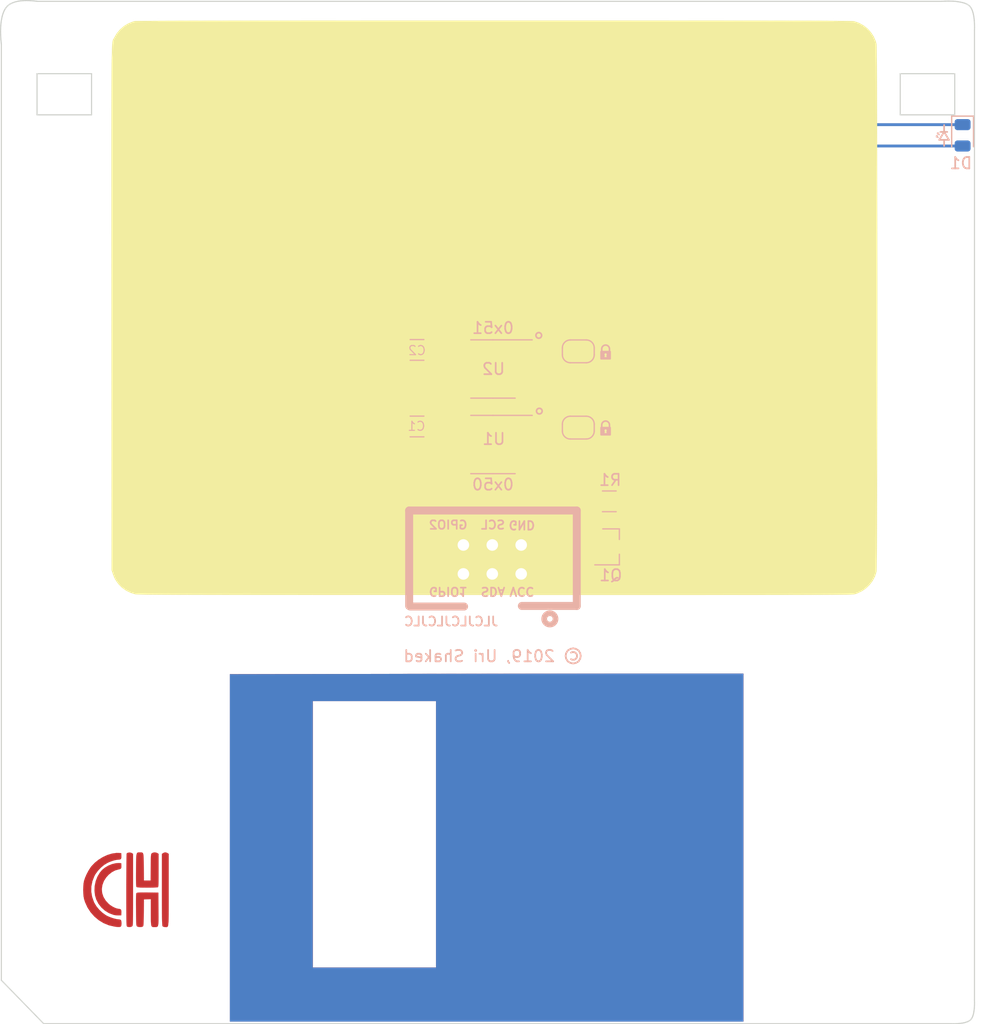
<source format=kicad_pcb>
(kicad_pcb (version 20171130) (host pcbnew "(5.1.4)-1")

  (general
    (thickness 1.6)
    (drawings 18)
    (tracks 121)
    (zones 0)
    (modules 13)
    (nets 11)
  )

  (page A4)
  (layers
    (0 F.Cu signal)
    (31 B.Cu signal)
    (32 B.Adhes user)
    (33 F.Adhes user)
    (34 B.Paste user)
    (35 F.Paste user)
    (36 B.SilkS user)
    (37 F.SilkS user hide)
    (38 B.Mask user)
    (39 F.Mask user)
    (40 Dwgs.User user)
    (41 Cmts.User user)
    (42 Eco1.User user)
    (43 Eco2.User user)
    (44 Edge.Cuts user)
    (45 Margin user)
    (46 B.CrtYd user)
    (47 F.CrtYd user)
    (48 B.Fab user)
    (49 F.Fab user)
  )

  (setup
    (last_trace_width 0.25)
    (trace_clearance 0.2)
    (zone_clearance 0.508)
    (zone_45_only no)
    (trace_min 0.2)
    (via_size 0.6)
    (via_drill 0.4)
    (via_min_size 0.4)
    (via_min_drill 0.3)
    (uvia_size 0.3)
    (uvia_drill 0.1)
    (uvias_allowed no)
    (uvia_min_size 0.2)
    (uvia_min_drill 0.1)
    (edge_width 0.15)
    (segment_width 0.2)
    (pcb_text_width 0.3)
    (pcb_text_size 1.5 1.5)
    (mod_edge_width 0.15)
    (mod_text_size 1 1)
    (mod_text_width 0.15)
    (pad_size 1.524 1.524)
    (pad_drill 0.762)
    (pad_to_mask_clearance 0.051)
    (solder_mask_min_width 0.25)
    (aux_axis_origin 0 0)
    (visible_elements 7FFFFFFF)
    (pcbplotparams
      (layerselection 0x010f0_ffffffff)
      (usegerberextensions false)
      (usegerberattributes false)
      (usegerberadvancedattributes false)
      (creategerberjobfile false)
      (excludeedgelayer true)
      (linewidth 0.100000)
      (plotframeref false)
      (viasonmask false)
      (mode 1)
      (useauxorigin false)
      (hpglpennumber 1)
      (hpglpenspeed 20)
      (hpglpendiameter 15.000000)
      (psnegative false)
      (psa4output false)
      (plotreference true)
      (plotvalue true)
      (plotinvisibletext false)
      (padsonsilk false)
      (subtractmaskfromsilk false)
      (outputformat 1)
      (mirror false)
      (drillshape 0)
      (scaleselection 1)
      (outputdirectory "gerber/fullsize"))
  )

  (net 0 "")
  (net 1 VCC)
  (net 2 /SDA)
  (net 3 /SCL)
  (net 4 GND)
  (net 5 "Net-(X1-Pad6)")
  (net 6 "Net-(X1-Pad5)")
  (net 7 "Net-(JP1-Pad1)")
  (net 8 "Net-(JP2-Pad1)")
  (net 9 "Net-(D1-Pad1)")
  (net 10 "Net-(D1-Pad2)")

  (net_class Default "This is the default net class."
    (clearance 0.2)
    (trace_width 0.25)
    (via_dia 0.6)
    (via_drill 0.4)
    (uvia_dia 0.3)
    (uvia_drill 0.1)
    (add_net /SCL)
    (add_net /SDA)
    (add_net GND)
    (add_net "Net-(D1-Pad1)")
    (add_net "Net-(D1-Pad2)")
    (add_net "Net-(JP1-Pad1)")
    (add_net "Net-(JP2-Pad1)")
    (add_net "Net-(X1-Pad5)")
    (add_net "Net-(X1-Pad6)")
    (add_net VCC)
  )

  (module floppy:3.5-disk-fullsize locked (layer F.Cu) (tedit 0) (tstamp 5DC6291C)
    (at 150 105.15)
    (fp_text reference Ref** (at 0 0) (layer F.SilkS) hide
      (effects (font (size 1.27 1.27) (thickness 0.15)))
    )
    (fp_text value Val** (at 0 0) (layer F.SilkS) hide
      (effects (font (size 1.27 1.27) (thickness 0.15)))
    )
    (fp_line (start 36.268788 -38.515473) (end 36.268788 -38.515473) (layer Edge.Cuts) (width 0.1))
    (fp_line (start 36.268788 -34.898208) (end 36.268788 -38.515473) (layer Edge.Cuts) (width 0.1))
    (fp_line (start 41.059215 -34.898208) (end 36.268788 -34.898208) (layer Edge.Cuts) (width 0.1))
    (fp_line (start 41.059215 -38.515473) (end 41.059215 -34.898208) (layer Edge.Cuts) (width 0.1))
    (fp_line (start 36.268788 -38.515473) (end 41.059215 -38.515473) (layer Edge.Cuts) (width 0.1))
    (fp_line (start -39.595947 -38.515473) (end -39.595947 -38.515473) (layer Edge.Cuts) (width 0.1))
    (fp_line (start -39.595947 -34.898208) (end -39.595947 -38.515473) (layer Edge.Cuts) (width 0.1))
    (fp_line (start -34.80552 -34.898208) (end -39.595947 -34.898208) (layer Edge.Cuts) (width 0.1))
    (fp_line (start -34.80552 -38.515473) (end -34.80552 -34.898208) (layer Edge.Cuts) (width 0.1))
    (fp_line (start -39.595947 -38.515473) (end -34.80552 -38.515473) (layer Edge.Cuts) (width 0.1))
    (fp_line (start -42.201236 -44.451291) (end -42.201302 -44.450074) (layer Edge.Cuts) (width 0.1))
    (fp_line (start -42.201236 -44.451291) (end -42.201236 -44.451291) (layer Edge.Cuts) (width 0.1))
    (fp_line (start -42.280826 -44.363641) (end -42.201236 -44.451291) (layer Edge.Cuts) (width 0.1))
    (fp_line (start -42.353406 -44.267531) (end -42.280826 -44.363641) (layer Edge.Cuts) (width 0.1))
    (fp_line (start -42.419256 -44.163585) (end -42.353406 -44.267531) (layer Edge.Cuts) (width 0.1))
    (fp_line (start -42.478676 -44.052628) (end -42.419256 -44.163585) (layer Edge.Cuts) (width 0.1))
    (fp_line (start -42.531966 -43.935484) (end -42.478676 -44.052628) (layer Edge.Cuts) (width 0.1))
    (fp_line (start -42.579426 -43.812771) (end -42.531966 -43.935484) (layer Edge.Cuts) (width 0.1))
    (fp_line (start -42.657986 -43.553733) (end -42.579426 -43.812771) (layer Edge.Cuts) (width 0.1))
    (fp_line (start -42.716726 -43.281435) (end -42.657986 -43.553733) (layer Edge.Cuts) (width 0.1))
    (fp_line (start -42.758016 -43.001814) (end -42.716726 -43.281435) (layer Edge.Cuts) (width 0.1))
    (fp_line (start -42.784186 -42.720771) (end -42.758016 -43.001814) (layer Edge.Cuts) (width 0.1))
    (fp_line (start -42.797596 -42.444203) (end -42.784186 -42.720771) (layer Edge.Cuts) (width 0.1))
    (fp_line (start -42.800696 -42.17805) (end -42.797596 -42.444203) (layer Edge.Cuts) (width 0.1))
    (fp_line (start -42.795696 -41.92819) (end -42.800696 -42.17805) (layer Edge.Cuts) (width 0.1))
    (fp_line (start -42.770926 -41.501067) (end -42.795696 -41.92819) (layer Edge.Cuts) (width 0.1))
    (fp_line (start -42.742236 -41.210103) (end -42.770926 -41.501067) (layer Edge.Cuts) (width 0.1))
    (fp_line (start -42.728416 -41.102652) (end -42.742236 -41.210103) (layer Edge.Cuts) (width 0.1))
    (fp_line (start -42.728416 41.12029) (end -42.728416 -41.102652) (layer Edge.Cuts) (width 0.1))
    (fp_line (start -39.010019 44.93165) (end -42.728416 41.12029) (layer Edge.Cuts) (width 0.1))
    (fp_line (start 40.740693 44.93165) (end -39.010019 44.93165) (layer Edge.Cuts) (width 0.1))
    (fp_line (start 40.951031 44.93565) (end 40.740693 44.93165) (layer Edge.Cuts) (width 0.1))
    (fp_line (start 41.175318 44.93165) (end 40.951031 44.93565) (layer Edge.Cuts) (width 0.1))
    (fp_line (start 41.444676 44.91515) (end 41.175318 44.93165) (layer Edge.Cuts) (width 0.1))
    (fp_line (start 41.733346 44.87845) (end 41.444676 44.91515) (layer Edge.Cuts) (width 0.1))
    (fp_line (start 41.876875 44.85085) (end 41.733346 44.87845) (layer Edge.Cuts) (width 0.1))
    (fp_line (start 42.015574 44.81605) (end 41.876875 44.85085) (layer Edge.Cuts) (width 0.1))
    (fp_line (start 42.146223 44.77315) (end 42.015574 44.81605) (layer Edge.Cuts) (width 0.1))
    (fp_line (start 42.265601 44.72135) (end 42.146223 44.77315) (layer Edge.Cuts) (width 0.1))
    (fp_line (start 42.37049 44.65985) (end 42.265601 44.72135) (layer Edge.Cuts) (width 0.1))
    (fp_line (start 42.45767 44.58785) (end 42.37049 44.65985) (layer Edge.Cuts) (width 0.1))
    (fp_line (start 42.52903 44.50085) (end 42.45767 44.58785) (layer Edge.Cuts) (width 0.1))
    (fp_line (start 42.58988 44.39629) (end 42.52903 44.50085) (layer Edge.Cuts) (width 0.1))
    (fp_line (start 42.64104 44.27729) (end 42.58988 44.39629) (layer Edge.Cuts) (width 0.1))
    (fp_line (start 42.68332 44.14715) (end 42.64104 44.27729) (layer Edge.Cuts) (width 0.1))
    (fp_line (start 42.71754 44.00897) (end 42.68332 44.14715) (layer Edge.Cuts) (width 0.1))
    (fp_line (start 42.74451 43.86605) (end 42.71754 44.00897) (layer Edge.Cuts) (width 0.1))
    (fp_line (start 42.77996 43.57861) (end 42.74451 43.86605) (layer Edge.Cuts) (width 0.1))
    (fp_line (start 42.79619 43.31048) (end 42.77996 43.57861) (layer Edge.Cuts) (width 0.1))
    (fp_line (start 42.79969 43.08724) (end 42.79619 43.31048) (layer Edge.Cuts) (width 0.1))
    (fp_line (start 42.79469 42.87791) (end 42.79969 43.08724) (layer Edge.Cuts) (width 0.1))
    (fp_line (start 42.79469 -42.329758) (end 42.79469 42.87791) (layer Edge.Cuts) (width 0.1))
    (fp_line (start 42.80069 -42.591539) (end 42.79469 -42.329758) (layer Edge.Cuts) (width 0.1))
    (fp_line (start 42.79579 -42.870458) (end 42.80069 -42.591539) (layer Edge.Cuts) (width 0.1))
    (fp_line (start 42.77475 -43.205124) (end 42.79579 -42.870458) (layer Edge.Cuts) (width 0.1))
    (fp_line (start 42.75559 -43.383315) (end 42.77475 -43.205124) (layer Edge.Cuts) (width 0.1))
    (fp_line (start 42.72931 -43.563363) (end 42.75559 -43.383315) (layer Edge.Cuts) (width 0.1))
    (fp_line (start 42.69487 -43.741348) (end 42.72931 -43.563363) (layer Edge.Cuts) (width 0.1))
    (fp_line (start 42.65125 -43.913146) (end 42.69487 -43.741348) (layer Edge.Cuts) (width 0.1))
    (fp_line (start 42.59743 -44.074632) (end 42.65125 -43.913146) (layer Edge.Cuts) (width 0.1))
    (fp_line (start 42.53238 -44.221888) (end 42.59743 -44.074632) (layer Edge.Cuts) (width 0.1))
    (fp_line (start 42.45506 -44.350994) (end 42.53238 -44.221888) (layer Edge.Cuts) (width 0.1))
    (fp_line (start 42.36446 -44.457826) (end 42.45506 -44.350994) (layer Edge.Cuts) (width 0.1))
    (fp_line (start 42.30485 -44.509796) (end 42.36446 -44.457826) (layer Edge.Cuts) (width 0.1))
    (fp_line (start 42.23842 -44.557436) (end 42.30485 -44.509796) (layer Edge.Cuts) (width 0.1))
    (fp_line (start 42.087355 -44.640966) (end 42.23842 -44.557436) (layer Edge.Cuts) (width 0.1))
    (fp_line (start 41.915839 -44.709646) (end 42.087355 -44.640966) (layer Edge.Cuts) (width 0.1))
    (fp_line (start 41.728448 -44.764916) (end 41.915839 -44.709646) (layer Edge.Cuts) (width 0.1))
    (fp_line (start 41.529756 -44.808016) (end 41.728448 -44.764916) (layer Edge.Cuts) (width 0.1))
    (fp_line (start 41.324339 -44.840396) (end 41.529756 -44.808016) (layer Edge.Cuts) (width 0.1))
    (fp_line (start 41.11677 -44.863286) (end 41.324339 -44.840396) (layer Edge.Cuts) (width 0.1))
    (fp_line (start 40.911627 -44.877726) (end 41.11677 -44.863286) (layer Edge.Cuts) (width 0.1))
    (fp_line (start 40.526916 -44.888036) (end 40.911627 -44.877726) (layer Edge.Cuts) (width 0.1))
    (fp_line (start 40.206805 -44.881836) (end 40.526916 -44.888036) (layer Edge.Cuts) (width 0.1))
    (fp_line (start 39.906796 -44.865336) (end 40.206805 -44.881836) (layer Edge.Cuts) (width 0.1))
    (fp_line (start -39.567818 -44.865336) (end 39.906796 -44.865336) (layer Edge.Cuts) (width 0.1))
    (fp_line (start -39.650418 -44.877706) (end -39.567818 -44.865336) (layer Edge.Cuts) (width 0.1))
    (fp_line (start -39.874537 -44.904726) (end -39.650418 -44.877706) (layer Edge.Cuts) (width 0.1))
    (fp_line (start -40.204644 -44.929676) (end -39.874537 -44.904726) (layer Edge.Cuts) (width 0.1))
    (fp_line (start -40.398345 -44.935876) (end -40.204644 -44.929676) (layer Edge.Cuts) (width 0.1))
    (fp_line (start -40.60521 -44.935814) (end -40.398345 -44.935876) (layer Edge.Cuts) (width 0.1))
    (fp_line (start -40.820807 -44.927514) (end -40.60521 -44.935814) (layer Edge.Cuts) (width 0.1))
    (fp_line (start -41.04069 -44.908954) (end -40.820807 -44.927514) (layer Edge.Cuts) (width 0.1))
    (fp_line (start -41.260421 -44.876574) (end -41.04069 -44.908954) (layer Edge.Cuts) (width 0.1))
    (fp_line (start -41.475558 -44.829344) (end -41.260421 -44.876574) (layer Edge.Cuts) (width 0.1))
    (fp_line (start -41.681654 -44.764994) (end -41.475558 -44.829344) (layer Edge.Cuts) (width 0.1))
    (fp_line (start -41.874282 -44.681674) (end -41.681654 -44.764994) (layer Edge.Cuts) (width 0.1))
    (fp_line (start -41.964142 -44.632384) (end -41.874282 -44.681674) (layer Edge.Cuts) (width 0.1))
    (fp_line (start -42.048972 -44.577524) (end -41.964142 -44.632384) (layer Edge.Cuts) (width 0.1))
    (fp_line (start -42.128212 -44.516894) (end -42.048972 -44.577524) (layer Edge.Cuts) (width 0.1))
    (fp_line (start -42.201302 -44.450074) (end -42.128212 -44.516894) (layer Edge.Cuts) (width 0.1))
    (fp_poly (pts (xy 2.578216 -43.179987) (xy 4.466504 -43.179946) (xy 6.27365 -43.179873) (xy 8.001416 -43.179764)
      (xy 9.651563 -43.179616) (xy 11.225854 -43.179426) (xy 12.72605 -43.179189) (xy 14.153913 -43.178903)
      (xy 15.511207 -43.178563) (xy 16.799692 -43.178167) (xy 18.021131 -43.17771) (xy 19.177286 -43.177189)
      (xy 20.269919 -43.1766) (xy 21.300792 -43.17594) (xy 22.271666 -43.175205) (xy 23.184305 -43.174392)
      (xy 24.040469 -43.173497) (xy 24.841922 -43.172517) (xy 25.590425 -43.171447) (xy 26.28774 -43.170285)
      (xy 26.93563 -43.169026) (xy 27.535855 -43.167668) (xy 28.090179 -43.166207) (xy 28.600363 -43.164638)
      (xy 29.06817 -43.162959) (xy 29.495361 -43.161166) (xy 29.883699 -43.159255) (xy 30.234945 -43.157224)
      (xy 30.550862 -43.155067) (xy 30.833211 -43.152782) (xy 31.083755 -43.150365) (xy 31.304256 -43.147812)
      (xy 31.496476 -43.14512) (xy 31.662176 -43.142286) (xy 31.803119 -43.139306) (xy 31.921067 -43.136175)
      (xy 32.017783 -43.132892) (xy 32.095027 -43.129451) (xy 32.154562 -43.12585) (xy 32.19815 -43.122085)
      (xy 32.227553 -43.118152) (xy 32.238522 -43.115864) (xy 32.661921 -42.96682) (xy 33.053722 -42.747706)
      (xy 33.404714 -42.467961) (xy 33.705686 -42.137027) (xy 33.947428 -41.764342) (xy 34.120727 -41.359349)
      (xy 34.184572 -41.121368) (xy 34.189432 -41.05618) (xy 34.194117 -40.909324) (xy 34.198627 -40.683797)
      (xy 34.202962 -40.382596) (xy 34.207121 -40.00872) (xy 34.211106 -39.565166) (xy 34.214915 -39.054932)
      (xy 34.218549 -38.481016) (xy 34.222008 -37.846415) (xy 34.225291 -37.154128) (xy 34.2284 -36.407152)
      (xy 34.231333 -35.608484) (xy 34.234091 -34.761123) (xy 34.236674 -33.868066) (xy 34.239082 -32.932312)
      (xy 34.241314 -31.956857) (xy 34.243371 -30.944699) (xy 34.245254 -29.898837) (xy 34.24696 -28.822268)
      (xy 34.248492 -27.717989) (xy 34.249849 -26.589) (xy 34.25103 -25.438296) (xy 34.252036 -24.268876)
      (xy 34.252867 -23.083738) (xy 34.253523 -21.88588) (xy 34.254004 -20.678299) (xy 34.254309 -19.463993)
      (xy 34.254439 -18.24596) (xy 34.254394 -17.027197) (xy 34.254174 -15.810702) (xy 34.253779 -14.599474)
      (xy 34.253208 -13.396509) (xy 34.252463 -12.204806) (xy 34.251542 -11.027362) (xy 34.250446 -9.867175)
      (xy 34.249174 -8.727243) (xy 34.247728 -7.610563) (xy 34.246106 -6.520134) (xy 34.244309 -5.458952)
      (xy 34.242337 -4.430017) (xy 34.24019 -3.436325) (xy 34.237868 -2.480874) (xy 34.23537 -1.566662)
      (xy 34.232697 -0.696687) (xy 34.229849 0.126054) (xy 34.226826 0.898562) (xy 34.223628 1.61784)
      (xy 34.220254 2.280891) (xy 34.216705 2.884716) (xy 34.212981 3.426317) (xy 34.209082 3.902698)
      (xy 34.205008 4.31086) (xy 34.200759 4.647806) (xy 34.196334 4.910537) (xy 34.191734 5.096056)
      (xy 34.186959 5.201365) (xy 34.184572 5.222701) (xy 34.05373 5.641695) (xy 33.849276 6.033679)
      (xy 33.580421 6.389213) (xy 33.256375 6.698857) (xy 32.886349 6.953169) (xy 32.479554 7.142711)
      (xy 32.238522 7.217197) (xy 32.216329 7.221228) (xy 32.180975 7.225088) (xy 32.130695 7.228779)
      (xy 32.063727 7.232306) (xy 31.978306 7.235672) (xy 31.872668 7.23888) (xy 31.74505 7.241933)
      (xy 31.593689 7.244835) (xy 31.41682 7.247589) (xy 31.212679 7.250199) (xy 30.979503 7.252668)
      (xy 30.715528 7.254999) (xy 30.418991 7.257197) (xy 30.088127 7.259263) (xy 29.721173 7.261202)
      (xy 29.316364 7.263017) (xy 28.871939 7.264711) (xy 28.386131 7.266288) (xy 27.857179 7.267752)
      (xy 27.283317 7.269104) (xy 26.662782 7.27035) (xy 25.993812 7.271492) (xy 25.27464 7.272534)
      (xy 24.503505 7.273479) (xy 23.678642 7.27433) (xy 22.798287 7.275091) (xy 21.860678 7.275765)
      (xy 20.864049 7.276356) (xy 19.806637 7.276867) (xy 18.686678 7.277302) (xy 17.50241 7.277663)
      (xy 16.252067 7.277955) (xy 14.933886 7.27818) (xy 13.546104 7.278342) (xy 12.086956 7.278444)
      (xy 10.554679 7.278491) (xy 8.94751 7.278484) (xy 7.263683 7.278428) (xy 5.501436 7.278326)
      (xy 3.659006 7.278181) (xy 1.734627 7.277997) (xy 0.657856 7.277882) (xy -1.31583 7.27765)
      (xy -3.206602 7.277397) (xy -5.016214 7.277118) (xy -6.746419 7.27681) (xy -8.398971 7.27647)
      (xy -9.975622 7.276092) (xy -11.478127 7.275675) (xy -12.908237 7.275215) (xy -14.267708 7.274706)
      (xy -15.558291 7.274147) (xy -16.78174 7.273533) (xy -17.939808 7.272861) (xy -19.03425 7.272126)
      (xy -20.066817 7.271326) (xy -21.039263 7.270456) (xy -21.953342 7.269513) (xy -22.810807 7.268494)
      (xy -23.613411 7.267393) (xy -24.362907 7.266209) (xy -25.061049 7.264937) (xy -25.70959 7.263574)
      (xy -26.310283 7.262116) (xy -26.864882 7.260559) (xy -27.375139 7.258899) (xy -27.842808 7.257133)
      (xy -28.269643 7.255258) (xy -28.657396 7.253269) (xy -29.007821 7.251162) (xy -29.322671 7.248935)
      (xy -29.6037 7.246584) (xy -29.85266 7.244105) (xy -30.071305 7.241493) (xy -30.261389 7.238746)
      (xy -30.424664 7.23586) (xy -30.562884 7.232832) (xy -30.677802 7.229657) (xy -30.771171 7.226331)
      (xy -30.844745 7.222852) (xy -30.900277 7.219215) (xy -30.939521 7.215418) (xy -30.963079 7.211707)
      (xy -31.384984 7.082044) (xy -31.782606 6.883644) (xy -32.139607 6.62674) (xy -32.439645 6.321565)
      (xy -32.492767 6.253793) (xy -32.640868 6.046846) (xy -32.751187 5.863414) (xy -32.841557 5.669438)
      (xy -32.929812 5.430862) (xy -32.941147 5.3975) (xy -33.041167 5.101167) (xy -33.052019 -17.904922)
      (xy -33.052842 -19.585187) (xy -33.053672 -21.182893) (xy -33.054489 -22.700152) (xy -33.05527 -24.139073)
      (xy -33.055995 -25.501765) (xy -33.056643 -26.790337) (xy -33.057192 -28.006899) (xy -33.057621 -29.15356)
      (xy -33.057909 -30.232429) (xy -33.058034 -31.245617) (xy -33.057976 -32.195233) (xy -33.057714 -33.083385)
      (xy -33.057225 -33.912184) (xy -33.056489 -34.683738) (xy -33.055485 -35.400157) (xy -33.054191 -36.063551)
      (xy -33.052586 -36.67603) (xy -33.05065 -37.239701) (xy -33.04836 -37.756675) (xy -33.045696 -38.229062)
      (xy -33.042636 -38.65897) (xy -33.03916 -39.048509) (xy -33.035246 -39.399789) (xy -33.030872 -39.714919)
      (xy -33.026018 -39.996007) (xy -33.020662 -40.245165) (xy -33.014783 -40.464501) (xy -33.008361 -40.656124)
      (xy -33.001373 -40.822145) (xy -32.993799 -40.964671) (xy -32.985617 -41.085814) (xy -32.976806 -41.187682)
      (xy -32.967345 -41.272384) (xy -32.957213 -41.342031) (xy -32.946389 -41.398731) (xy -32.934851 -41.444594)
      (xy -32.922578 -41.481729) (xy -32.909548 -41.512246) (xy -32.895742 -41.538254) (xy -32.881137 -41.561862)
      (xy -32.865712 -41.585181) (xy -32.849447 -41.610318) (xy -32.832319 -41.639385) (xy -32.814308 -41.67449)
      (xy -32.813043 -41.677167) (xy -32.588754 -42.060321) (xy -32.300432 -42.402805) (xy -31.960327 -42.694801)
      (xy -31.58069 -42.926492) (xy -31.173773 -43.08806) (xy -30.9965 -43.132894) (xy -30.956067 -43.136065)
      (xy -30.864848 -43.13911) (xy -30.721745 -43.142031) (xy -30.525659 -43.14483) (xy -30.275491 -43.147507)
      (xy -29.970144 -43.150065) (xy -29.60852 -43.152505) (xy -29.189519 -43.154828) (xy -28.712045 -43.157037)
      (xy -28.174997 -43.159134) (xy -27.577279 -43.161119) (xy -26.917792 -43.162994) (xy -26.195437 -43.164761)
      (xy -25.409116 -43.166422) (xy -24.557732 -43.167979) (xy -23.640185 -43.169432) (xy -22.655378 -43.170784)
      (xy -21.602211 -43.172036) (xy -20.479588 -43.173189) (xy -19.286409 -43.174247) (xy -18.021576 -43.175209)
      (xy -16.683991 -43.176078) (xy -15.272556 -43.176855) (xy -13.786172 -43.177543) (xy -12.223742 -43.178142)
      (xy -10.584166 -43.178654) (xy -8.866347 -43.179082) (xy -7.069186 -43.179426) (xy -5.191585 -43.179688)
      (xy -3.232445 -43.179869) (xy -1.190669 -43.179973) (xy 0.607023 -43.18) (xy 2.578216 -43.179987)) (layer F.SilkS) (width 0.01))
    (fp_poly (pts (xy 22.479 44.746333) (xy -22.648333 44.746333) (xy -22.648333 16.594667) (xy -15.367 16.594667)
      (xy -15.367 40.005) (xy -4.529667 40.005) (xy -4.529667 16.594667) (xy -15.367 16.594667)
      (xy -22.648333 16.594667) (xy -22.648333 14.238074) (xy -6.63929 14.20987) (xy -5.40518 14.207729)
      (xy -4.158371 14.205631) (xy -2.903606 14.20358) (xy -1.645622 14.201584) (xy -0.38916 14.199648)
      (xy 0.861041 14.197779) (xy 2.100241 14.195981) (xy 3.3237 14.194261) (xy 4.526679 14.192625)
      (xy 5.704439 14.191079) (xy 6.852238 14.189628) (xy 7.965339 14.188279) (xy 9.039 14.187038)
      (xy 10.068483 14.18591) (xy 11.049048 14.184902) (xy 11.975956 14.184019) (xy 12.844465 14.183267)
      (xy 13.649838 14.182652) (xy 14.387334 14.182181) (xy 15.052214 14.181858) (xy 15.639737 14.18169)
      (xy 15.924376 14.181667) (xy 22.479 14.181667) (xy 22.479 44.746333)) (layer F.Mask) (width 0.01))
    (fp_poly (pts (xy -30.5435 29.887333) (xy -30.454378 29.887557) (xy -30.383748 29.894121) (xy -30.329367 29.915861)
      (xy -30.28899 29.961617) (xy -30.260375 30.040225) (xy -30.241277 30.160523) (xy -30.229454 30.331348)
      (xy -30.222662 30.561539) (xy -30.218658 30.859933) (xy -30.215727 31.1785) (xy -30.204833 32.363833)
      (xy -29.612167 32.363833) (xy -29.601687 31.199667) (xy -29.598357 30.855206) (xy -29.594766 30.585481)
      (xy -29.590113 30.380562) (xy -29.583597 30.230518) (xy -29.574415 30.12542) (xy -29.561767 30.055338)
      (xy -29.544851 30.010342) (xy -29.522866 29.980504) (xy -29.501747 29.961417) (xy -29.376377 29.904031)
      (xy -29.218021 29.890721) (xy -29.066383 29.922146) (xy -29.007753 29.953234) (xy -28.913667 30.019134)
      (xy -28.913667 31.472704) (xy -28.914021 31.865646) (xy -28.915334 32.182185) (xy -28.917978 32.430584)
      (xy -28.922329 32.619105) (xy -28.928759 32.75601) (xy -28.937644 32.849562) (xy -28.949357 32.908023)
      (xy -28.964271 32.939655) (xy -28.980629 32.951971) (xy -29.041706 32.9597) (xy -29.173728 32.966498)
      (xy -29.362975 32.971993) (xy -29.595728 32.975814) (xy -29.858268 32.977587) (xy -29.927946 32.977667)
      (xy -30.236157 32.976578) (xy -30.469697 32.97289) (xy -30.638539 32.965966) (xy -30.752656 32.955172)
      (xy -30.822021 32.939871) (xy -30.856607 32.919428) (xy -30.857454 32.918439) (xy -30.871786 32.873875)
      (xy -30.882811 32.775231) (xy -30.890663 32.617134) (xy -30.895475 32.394211) (xy -30.89738 32.101088)
      (xy -30.896514 31.732392) (xy -30.894388 31.433321) (xy -30.891003 31.030872) (xy -30.887228 30.705009)
      (xy -30.881233 30.447664) (xy -30.871185 30.250768) (xy -30.855254 30.106252) (xy -30.831608 30.006048)
      (xy -30.798416 29.942088) (xy -30.753846 29.906303) (xy -30.696068 29.890625) (xy -30.623251 29.886985)
      (xy -30.5435 29.887333)) (layer F.Cu) (width 0.01))
    (fp_poly (pts (xy -32.363833 30.825946) (xy -32.1945 30.839833) (xy -32.181463 31.044206) (xy -32.183733 31.205573)
      (xy -32.225334 31.3049) (xy -32.320441 31.360986) (xy -32.439571 31.386615) (xy -32.730669 31.469399)
      (xy -33.019243 31.623289) (xy -33.289569 31.835759) (xy -33.525925 32.094282) (xy -33.712586 32.386333)
      (xy -33.724738 32.41044) (xy -33.856167 32.763584) (xy -33.904454 33.117209) (xy -33.870873 33.465317)
      (xy -33.7567 33.80191) (xy -33.563211 34.120988) (xy -33.299747 34.40919) (xy -33.134859 34.539096)
      (xy -32.941388 34.659163) (xy -32.743241 34.757318) (xy -32.564322 34.82149) (xy -32.446008 34.8403)
      (xy -32.303406 34.858392) (xy -32.21874 34.920822) (xy -32.182386 35.039954) (xy -32.181382 35.180285)
      (xy -32.1945 35.411833) (xy -32.427333 35.420556) (xy -32.613187 35.413457) (xy -32.810061 35.38537)
      (xy -32.881379 35.368772) (xy -33.275048 35.219121) (xy -33.631603 35.000411) (xy -33.94195 34.722237)
      (xy -34.196994 34.394197) (xy -34.38764 34.025886) (xy -34.497562 33.663499) (xy -34.54568 33.244723)
      (xy -34.523028 32.819625) (xy -34.43396 32.403838) (xy -34.282835 32.012995) (xy -34.07401 31.662727)
      (xy -33.874655 31.428524) (xy -33.6251 31.223086) (xy -33.329615 31.050873) (xy -33.010844 30.920919)
      (xy -32.691432 30.842254) (xy -32.394025 30.82391) (xy -32.363833 30.825946)) (layer F.Cu) (width 0.01))
    (fp_poly (pts (xy -28.20144 29.912046) (xy -28.118753 29.953234) (xy -28.024667 30.019134) (xy -28.024667 33.167543)
      (xy -28.024514 33.773083) (xy -28.024388 34.299477) (xy -28.024787 34.752243) (xy -28.026209 35.136901)
      (xy -28.029153 35.458969) (xy -28.034117 35.723966) (xy -28.0416 35.93741) (xy -28.0521 36.104822)
      (xy -28.066115 36.23172) (xy -28.084144 36.323622) (xy -28.106686 36.386048) (xy -28.134237 36.424517)
      (xy -28.167298 36.444547) (xy -28.206365 36.451657) (xy -28.251939 36.451366) (xy -28.304516 36.449194)
      (xy -28.321 36.449) (xy -28.449282 36.431775) (xy -28.543859 36.388751) (xy -28.55081 36.382476)
      (xy -28.563413 36.363042) (xy -28.57434 36.32793) (xy -28.583707 36.271482) (xy -28.59163 36.18804)
      (xy -28.598228 36.071945) (xy -28.603617 35.917539) (xy -28.607914 35.719164) (xy -28.611237 35.47116)
      (xy -28.613702 35.16787) (xy -28.615427 34.803636) (xy -28.616528 34.372798) (xy -28.617123 33.869699)
      (xy -28.617329 33.28868) (xy -28.617333 33.167543) (xy -28.617333 30.019134) (xy -28.523247 29.953234)
      (xy -28.409376 29.901885) (xy -28.321 29.887333) (xy -28.20144 29.912046)) (layer F.Cu) (width 0.01))
    (fp_poly (pts (xy -29.932362 33.409919) (xy -29.860817 33.410743) (xy -28.934833 33.422167) (xy -28.923679 34.857535)
      (xy -28.920495 35.26635) (xy -28.919041 35.598457) (xy -28.92098 35.861818) (xy -28.927971 36.064391)
      (xy -28.941678 36.214138) (xy -28.963762 36.319017) (xy -28.995883 36.386989) (xy -29.039704 36.426013)
      (xy -29.096885 36.44405) (xy -29.16909 36.449059) (xy -29.255871 36.449) (xy -29.35024 36.448499)
      (xy -29.424999 36.441113) (xy -29.48243 36.418014) (xy -29.524817 36.370376) (xy -29.554441 36.289369)
      (xy -29.573585 36.166169) (xy -29.584531 35.991946) (xy -29.589563 35.757875) (xy -29.590962 35.455128)
      (xy -29.591 35.152955) (xy -29.591 33.989957) (xy -29.897917 34.002395) (xy -30.204833 34.014833)
      (xy -30.215735 35.179) (xy -30.21946 35.52712) (xy -30.223783 35.800135) (xy -30.229349 36.007607)
      (xy -30.236805 36.159096) (xy -30.246795 36.264165) (xy -30.259965 36.332375) (xy -30.27696 36.373288)
      (xy -30.29791 36.396083) (xy -30.403911 36.435774) (xy -30.549833 36.447081) (xy -30.696031 36.430567)
      (xy -30.799992 36.388951) (xy -30.822323 36.368892) (xy -30.840329 36.338915) (xy -30.854575 36.290215)
      (xy -30.865622 36.213986) (xy -30.874035 36.101425) (xy -30.880376 35.943725) (xy -30.885209 35.732082)
      (xy -30.889097 35.457691) (xy -30.892603 35.111747) (xy -30.89435 34.913796) (xy -30.897226 34.520177)
      (xy -30.898198 34.20307) (xy -30.896998 33.954332) (xy -30.893362 33.765824) (xy -30.887026 33.629406)
      (xy -30.877724 33.536936) (xy -30.865191 33.480276) (xy -30.849163 33.451284) (xy -30.846666 33.449004)
      (xy -30.794353 33.431189) (xy -30.682809 33.418608) (xy -30.505992 33.411025) (xy -30.257858 33.408207)
      (xy -29.932362 33.409919)) (layer F.Cu) (width 0.01))
    (fp_poly (pts (xy -31.375661 29.90583) (xy -31.263987 29.946403) (xy -31.157333 30.016285) (xy -31.157333 33.162581)
      (xy -31.157412 33.754528) (xy -31.157742 34.26759) (xy -31.158462 34.707551) (xy -31.15971 35.080194)
      (xy -31.161627 35.3913) (xy -31.164352 35.646654) (xy -31.168023 35.852037) (xy -31.17278 36.013233)
      (xy -31.178762 36.136023) (xy -31.186108 36.226191) (xy -31.194957 36.289519) (xy -31.205449 36.331791)
      (xy -31.217723 36.358788) (xy -31.231918 36.376293) (xy -31.23475 36.378939) (xy -31.341753 36.429959)
      (xy -31.485755 36.446145) (xy -31.6256 36.425228) (xy -31.675917 36.403276) (xy -31.689831 36.391256)
      (xy -31.701889 36.368736) (xy -31.712222 36.330016) (xy -31.720959 36.269395) (xy -31.728233 36.181172)
      (xy -31.734173 36.059648) (xy -31.73891 35.899121) (xy -31.742574 35.693892) (xy -31.745297 35.438259)
      (xy -31.747208 35.126523) (xy -31.748439 34.752982) (xy -31.74912 34.311936) (xy -31.749381 33.797685)
      (xy -31.749353 33.204529) (xy -31.749352 33.197813) (xy -31.748795 32.687058) (xy -31.747388 32.200436)
      (xy -31.745203 31.744656) (xy -31.742315 31.326427) (xy -31.738796 30.952457) (xy -31.734719 30.629456)
      (xy -31.730158 30.364132) (xy -31.725187 30.163194) (xy -31.719879 30.033351) (xy -31.714307 29.981311)
      (xy -31.714177 29.981083) (xy -31.635683 29.925498) (xy -31.511367 29.89953) (xy -31.375661 29.90583)) (layer F.Cu) (width 0.01))
    (fp_poly (pts (xy -32.1945 29.950833) (xy -32.181585 30.17652) (xy -32.184403 30.350389) (xy -32.223257 30.45714)
      (xy -32.307381 30.509968) (xy -32.423623 30.522333) (xy -32.649528 30.546508) (xy -32.920068 30.614557)
      (xy -33.211985 30.71977) (xy -33.401 30.804339) (xy -33.691991 30.980472) (xy -33.979456 31.217982)
      (xy -34.24208 31.495469) (xy -34.458549 31.791535) (xy -34.553735 31.961667) (xy -34.730501 32.411585)
      (xy -34.823539 32.868491) (xy -34.832843 33.327778) (xy -34.758405 33.784841) (xy -34.600219 34.235074)
      (xy -34.557074 34.326868) (xy -34.373166 34.629306) (xy -34.129614 34.923677) (xy -33.847895 35.1885)
      (xy -33.549487 35.402293) (xy -33.401 35.483212) (xy -33.158165 35.587288) (xy -32.902111 35.674724)
      (xy -32.658973 35.737978) (xy -32.454887 35.769508) (xy -32.401346 35.771667) (xy -32.284854 35.788495)
      (xy -32.214382 35.848338) (xy -32.180478 35.965232) (xy -32.173333 36.110333) (xy -32.178821 36.256571)
      (xy -32.203506 36.356429) (xy -32.259722 36.415732) (xy -32.359801 36.440304) (xy -32.516077 36.435969)
      (xy -32.740882 36.40855) (xy -32.790018 36.401549) (xy -33.278305 36.289573) (xy -33.73897 36.101991)
      (xy -34.164723 35.845386) (xy -34.548275 35.52634) (xy -34.882335 35.151438) (xy -35.159612 34.727262)
      (xy -35.372818 34.260395) (xy -35.459193 33.991218) (xy -35.502529 33.765552) (xy -35.528538 33.484789)
      (xy -35.537155 33.176718) (xy -35.528311 32.869129) (xy -35.501942 32.589813) (xy -35.463021 32.385)
      (xy -35.370222 32.107899) (xy -35.235145 31.801321) (xy -35.073757 31.49644) (xy -34.902027 31.224431)
      (xy -34.798058 31.086806) (xy -34.507998 30.785633) (xy -34.169484 30.518208) (xy -33.798105 30.292201)
      (xy -33.409454 30.115279) (xy -33.019121 29.995111) (xy -32.642696 29.939365) (xy -32.462645 29.938137)
      (xy -32.1945 29.950833)) (layer F.Cu) (width 0.01))
    (fp_poly (pts (xy 22.479 44.746333) (xy -22.648333 44.746333) (xy -22.648333 16.594667) (xy -15.367 16.594667)
      (xy -15.367 40.005) (xy -4.529667 40.005) (xy -4.529667 16.594667) (xy -15.367 16.594667)
      (xy -22.648333 16.594667) (xy -22.648333 14.238074) (xy -6.63929 14.20987) (xy -5.40518 14.207729)
      (xy -4.158371 14.205631) (xy -2.903606 14.20358) (xy -1.645622 14.201584) (xy -0.38916 14.199648)
      (xy 0.861041 14.197779) (xy 2.100241 14.195981) (xy 3.3237 14.194261) (xy 4.526679 14.192625)
      (xy 5.704439 14.191079) (xy 6.852238 14.189628) (xy 7.965339 14.188279) (xy 9.039 14.187038)
      (xy 10.068483 14.18591) (xy 11.049048 14.184902) (xy 11.975956 14.184019) (xy 12.844465 14.183267)
      (xy 13.649838 14.182652) (xy 14.387334 14.182181) (xy 15.052214 14.181858) (xy 15.639737 14.18169)
      (xy 15.924376 14.181667) (xy 22.479 14.181667) (xy 22.479 44.746333)) (layer F.Cu) (width 0.01))
    (fp_poly (pts (xy 22.479 44.746333) (xy -22.648333 44.746333) (xy -22.648333 16.594667) (xy -15.367 16.594667)
      (xy -15.367 40.005) (xy -4.529667 40.005) (xy -4.529667 16.594667) (xy -15.367 16.594667)
      (xy -22.648333 16.594667) (xy -22.648333 14.238074) (xy -6.63929 14.20987) (xy -5.40518 14.207729)
      (xy -4.158371 14.205631) (xy -2.903606 14.20358) (xy -1.645622 14.201584) (xy -0.38916 14.199648)
      (xy 0.861041 14.197779) (xy 2.100241 14.195981) (xy 3.3237 14.194261) (xy 4.526679 14.192625)
      (xy 5.704439 14.191079) (xy 6.852238 14.189628) (xy 7.965339 14.188279) (xy 9.039 14.187038)
      (xy 10.068483 14.18591) (xy 11.049048 14.184902) (xy 11.975956 14.184019) (xy 12.844465 14.183267)
      (xy 13.649838 14.182652) (xy 14.387334 14.182181) (xy 15.052214 14.181858) (xy 15.639737 14.18169)
      (xy 15.924376 14.181667) (xy 22.479 14.181667) (xy 22.479 44.746333)) (layer B.Mask) (width 0.01))
    (fp_poly (pts (xy 22.479 44.746333) (xy -22.648333 44.746333) (xy -22.648333 16.594667) (xy -15.367 16.594667)
      (xy -15.367 40.005) (xy -4.529667 40.005) (xy -4.529667 16.594667) (xy -15.367 16.594667)
      (xy -22.648333 16.594667) (xy -22.648333 14.238074) (xy -6.63929 14.20987) (xy -5.40518 14.207729)
      (xy -4.158371 14.205631) (xy -2.903606 14.20358) (xy -1.645622 14.201584) (xy -0.38916 14.199648)
      (xy 0.861041 14.197779) (xy 2.100241 14.195981) (xy 3.3237 14.194261) (xy 4.526679 14.192625)
      (xy 5.704439 14.191079) (xy 6.852238 14.189628) (xy 7.965339 14.188279) (xy 9.039 14.187038)
      (xy 10.068483 14.18591) (xy 11.049048 14.184902) (xy 11.975956 14.184019) (xy 12.844465 14.183267)
      (xy 13.649838 14.182652) (xy 14.387334 14.182181) (xy 15.052214 14.181858) (xy 15.639737 14.18169)
      (xy 15.924376 14.181667) (xy 22.479 14.181667) (xy 22.479 44.746333)) (layer B.Cu) (width 0.01))
  )

  (module floppy:Badgelife-SAOv169-SAO-2x3 (layer F.Cu) (tedit 5DC68F04) (tstamp 5DC5DC5F)
    (at 150.475 109.325 180)
    (descr "Through hole straight IDC box header, 2x03, 2.54mm pitch, double rows")
    (tags "Through hole IDC box header THT 2x03 2.54mm double row")
    (path /5DC5DA6F)
    (fp_text reference X1 (at 0 -5.842 180) (layer B.SilkS) hide
      (effects (font (size 1 1) (thickness 0.15)) (justify mirror))
    )
    (fp_text value Badgelife_sao_connector_v169bis (at 0 -7.7 180) (layer F.Fab)
      (effects (font (size 1 1) (thickness 0.15)))
    )
    (fp_circle (center -5 -5.2) (end -4.5 -5.2) (layer B.SilkS) (width 0.5))
    (fp_text user GPIO2 (at 3.937 3.048 180) (layer B.SilkS)
      (effects (font (size 0.75 0.75) (thickness 0.15)) (justify mirror))
    )
    (fp_text user SCL (at 0 3.048 180) (layer B.SilkS)
      (effects (font (size 0.75 0.75) (thickness 0.15)) (justify mirror))
    )
    (fp_text user GND (at -2.54 3.048 180 unlocked) (layer B.SilkS)
      (effects (font (size 0.75 0.75) (thickness 0.15)) (justify mirror))
    )
    (fp_text user GPIO1 (at 3.937 -2.794 180 unlocked) (layer B.SilkS)
      (effects (font (size 0.75 0.75) (thickness 0.15)) (justify mirror))
    )
    (fp_text user SDA (at 0 -2.794 180 unlocked) (layer B.SilkS)
      (effects (font (size 0.75 0.75) (thickness 0.15)) (justify mirror))
    )
    (fp_text user VCC (at -2.54 -2.794 180 unlocked) (layer B.SilkS)
      (effects (font (size 0.75 0.75) (thickness 0.15)) (justify mirror))
    )
    (fp_line (start 7.366 4.318) (end 7.366 -4.064) (layer B.SilkS) (width 0.7))
    (fp_line (start -7.366 4.318) (end 7.366 4.318) (layer B.SilkS) (width 0.7))
    (fp_line (start -7.366 -4.064) (end -7.366 4.318) (layer B.SilkS) (width 0.7))
    (fp_line (start 7.27964 -4.1148) (end 2.54 -4.1148) (layer B.SilkS) (width 0.7))
    (fp_line (start -2.54 -4.064) (end -7.366 -4.064) (layer B.SilkS) (width 0.7))
    (fp_text user %R (at 0.06 0.02 90) (layer F.Fab)
      (effects (font (size 1 1) (thickness 0.15)))
    )
    (pad 2 thru_hole rect (at -2.48 1.29 90) (size 1.7272 1.7272) (drill 1.016) (layers *.Cu *.Mask)
      (net 4 GND))
    (pad 1 thru_hole oval (at -2.48 -1.25 90) (size 1.7272 1.7272) (drill 1.016) (layers *.Cu *.Mask)
      (net 1 VCC))
    (pad 4 thru_hole oval (at 0.06 1.29 90) (size 1.7272 1.7272) (drill 1.016) (layers *.Cu *.Mask)
      (net 3 /SCL))
    (pad 3 thru_hole oval (at 0.06 -1.25 90) (size 1.7272 1.7272) (drill 1.016) (layers *.Cu *.Mask)
      (net 2 /SDA))
    (pad 6 thru_hole circle (at 2.6 1.29 90) (size 1.7272 1.7272) (drill 1.016) (layers *.Cu *.Mask)
      (net 5 "Net-(X1-Pad6)"))
    (pad 5 thru_hole circle (at 2.6 -1.25 90) (size 1.7272 1.7272) (drill 1.016) (layers *.Cu *.Mask)
      (net 6 "Net-(X1-Pad5)"))
    (model ${KISYS3DMOD}/Connector_IDC.3dshapes/IDC-Header_2x03_P2.54mm_Vertical.wrl
      (offset (xyz -2.5 1.2 -1.6))
      (scale (xyz 1 1 1))
      (rotate (xyz 180 0 90))
    )
  )

  (module floppy:lock locked (layer B.Cu) (tedit 5DC68ACD) (tstamp 5DC6E0CB)
    (at 160.375 91.075 180)
    (descr "Imported from C:\\ploppy-disk-sao\\lock.svg")
    (tags svg2mod)
    (attr virtual)
    (fp_text reference Ref** (at 0 0) (layer B.SilkS) hide
      (effects (font (size 1.27 1.27) (thickness 0.15)) (justify mirror))
    )
    (fp_text value Val** (at 0 0) (layer B.SilkS) hide
      (effects (font (size 1.27 1.27) (thickness 0.15)) (justify mirror))
    )
    (fp_poly (pts (xy -0.000229 0.674087) (xy -0.000229 0.530802) (xy 0.000229 0.530802) (xy 0.054238 0.525352)
      (xy 0.104611 0.509718) (xy 0.150247 0.484981) (xy 0.19005 0.452221) (xy 0.22292 0.412517)
      (xy 0.247759 0.366949) (xy 0.263468 0.316597) (xy 0.268948 0.26254) (xy 0.268948 0.096363)
      (xy -0.26849 0.096363) (xy -0.26849 0.262538) (xy -0.263039 0.316595) (xy -0.247406 0.366947)
      (xy -0.222669 0.412515) (xy -0.189909 0.452219) (xy -0.150205 0.484979) (xy -0.104638 0.509716)
      (xy -0.054286 0.52535) (xy -0.000229 0.5308) (xy -0.000229 0.530802) (xy -0.000229 0.674087)
      (xy -0.08314 0.665717) (xy -0.160421 0.64172) (xy -0.230398 0.603754) (xy -0.291401 0.553481)
      (xy -0.341758 0.492562) (xy -0.379797 0.422658) (xy -0.09187 -0.449559) (xy -0.094075 -0.439699)
      (xy -0.067523 -0.298244) (xy -0.091563 -0.265382) (xy -0.100484 -0.224082) (xy -0.092559 -0.184983)
      (xy -0.070958 -0.153124) (xy -0.038942 -0.131681) (xy 0.00023 -0.123831) (xy 0.000229 -0.123831)
      (xy 0.000685 -0.123831) (xy 0.039856 -0.131681) (xy 0.071872 -0.153124) (xy 0.093473 -0.184983)
      (xy 0.101398 -0.224083) (xy 0.092812 -0.264432) (xy 0.06981 -0.29687) (xy 0.096362 -0.439699)
      (xy 0.094157 -0.449559) (xy 0.084918 -0.453439) (xy -0.08263 -0.453439) (xy -0.09187 -0.449559)
      (xy -0.379797 0.422658) (xy -0.403847 0.345429) (xy -0.412235 0.262537) (xy -0.412235 0.094989)
      (xy -0.43475 0.086024) (xy -0.452747 0.070341) (xy -0.464679 0.049472) (xy -0.469 0.024948)
      (xy -0.469 -0.602216) (xy -0.46334 -0.630157) (xy -0.447918 -0.653006) (xy -0.425069 -0.668428)
      (xy -0.397128 -0.674088) (xy 0.397586 -0.674088) (xy 0.425455 -0.668398) (xy 0.448147 -0.652921)
      (xy 0.463412 -0.630061) (xy 0.469 -0.602216) (xy 0.469 0.024948) (xy 0.464679 0.049472)
      (xy 0.452747 0.070341) (xy 0.43475 0.086024) (xy 0.412235 0.094994) (xy 0.412235 0.262538)
      (xy 0.403847 0.34543) (xy 0.379798 0.422659) (xy 0.341759 0.492563) (xy 0.291402 0.553482)
      (xy 0.230399 0.603755) (xy 0.160421 0.641721) (xy 0.083141 0.665718) (xy 0.000229 0.674088)
      (xy -0.000229 0.674088) (xy -0.000229 0.674087)) (layer B.SilkS) (width 0))
  )

  (module floppy:lock locked (layer B.Cu) (tedit 5DC68ACD) (tstamp 5DC6DEB4)
    (at 160.375 97.75 180)
    (descr "Imported from C:\\ploppy-disk-sao\\lock.svg")
    (tags svg2mod)
    (attr virtual)
    (fp_text reference Ref** (at 0 0) (layer B.SilkS) hide
      (effects (font (size 1.27 1.27) (thickness 0.15)) (justify mirror))
    )
    (fp_text value Val** (at 0 0) (layer B.SilkS) hide
      (effects (font (size 1.27 1.27) (thickness 0.15)) (justify mirror))
    )
    (fp_poly (pts (xy -0.000229 0.674087) (xy -0.000229 0.530802) (xy 0.000229 0.530802) (xy 0.054238 0.525352)
      (xy 0.104611 0.509718) (xy 0.150247 0.484981) (xy 0.19005 0.452221) (xy 0.22292 0.412517)
      (xy 0.247759 0.366949) (xy 0.263468 0.316597) (xy 0.268948 0.26254) (xy 0.268948 0.096363)
      (xy -0.26849 0.096363) (xy -0.26849 0.262538) (xy -0.263039 0.316595) (xy -0.247406 0.366947)
      (xy -0.222669 0.412515) (xy -0.189909 0.452219) (xy -0.150205 0.484979) (xy -0.104638 0.509716)
      (xy -0.054286 0.52535) (xy -0.000229 0.5308) (xy -0.000229 0.530802) (xy -0.000229 0.674087)
      (xy -0.08314 0.665717) (xy -0.160421 0.64172) (xy -0.230398 0.603754) (xy -0.291401 0.553481)
      (xy -0.341758 0.492562) (xy -0.379797 0.422658) (xy -0.09187 -0.449559) (xy -0.094075 -0.439699)
      (xy -0.067523 -0.298244) (xy -0.091563 -0.265382) (xy -0.100484 -0.224082) (xy -0.092559 -0.184983)
      (xy -0.070958 -0.153124) (xy -0.038942 -0.131681) (xy 0.00023 -0.123831) (xy 0.000229 -0.123831)
      (xy 0.000685 -0.123831) (xy 0.039856 -0.131681) (xy 0.071872 -0.153124) (xy 0.093473 -0.184983)
      (xy 0.101398 -0.224083) (xy 0.092812 -0.264432) (xy 0.06981 -0.29687) (xy 0.096362 -0.439699)
      (xy 0.094157 -0.449559) (xy 0.084918 -0.453439) (xy -0.08263 -0.453439) (xy -0.09187 -0.449559)
      (xy -0.379797 0.422658) (xy -0.403847 0.345429) (xy -0.412235 0.262537) (xy -0.412235 0.094989)
      (xy -0.43475 0.086024) (xy -0.452747 0.070341) (xy -0.464679 0.049472) (xy -0.469 0.024948)
      (xy -0.469 -0.602216) (xy -0.46334 -0.630157) (xy -0.447918 -0.653006) (xy -0.425069 -0.668428)
      (xy -0.397128 -0.674088) (xy 0.397586 -0.674088) (xy 0.425455 -0.668398) (xy 0.448147 -0.652921)
      (xy 0.463412 -0.630061) (xy 0.469 -0.602216) (xy 0.469 0.024948) (xy 0.464679 0.049472)
      (xy 0.452747 0.070341) (xy 0.43475 0.086024) (xy 0.412235 0.094994) (xy 0.412235 0.262538)
      (xy 0.403847 0.34543) (xy 0.379798 0.422659) (xy 0.341759 0.492563) (xy 0.291402 0.553482)
      (xy 0.230399 0.603755) (xy 0.160421 0.641721) (xy 0.083141 0.665718) (xy 0.000229 0.674088)
      (xy -0.000229 0.674088) (xy -0.000229 0.674087)) (layer B.SilkS) (width 0))
  )

  (module Resistor_SMD:R_1206_3216Metric (layer B.Cu) (tedit 5B301BBD) (tstamp 5DC6D7D5)
    (at 160.7 104.2 180)
    (descr "Resistor SMD 1206 (3216 Metric), square (rectangular) end terminal, IPC_7351 nominal, (Body size source: http://www.tortai-tech.com/upload/download/2011102023233369053.pdf), generated with kicad-footprint-generator")
    (tags resistor)
    (path /5DC6B1E4)
    (attr smd)
    (fp_text reference R1 (at -0.075 1.875 180) (layer B.SilkS)
      (effects (font (size 1 1) (thickness 0.15)) (justify mirror))
    )
    (fp_text value 1K (at 0 -1.82 180) (layer B.Fab)
      (effects (font (size 1 1) (thickness 0.15)) (justify mirror))
    )
    (fp_text user %R (at 0 0 180) (layer B.Fab)
      (effects (font (size 0.8 0.8) (thickness 0.12)) (justify mirror))
    )
    (fp_line (start 2.28 -1.12) (end -2.28 -1.12) (layer B.CrtYd) (width 0.05))
    (fp_line (start 2.28 1.12) (end 2.28 -1.12) (layer B.CrtYd) (width 0.05))
    (fp_line (start -2.28 1.12) (end 2.28 1.12) (layer B.CrtYd) (width 0.05))
    (fp_line (start -2.28 -1.12) (end -2.28 1.12) (layer B.CrtYd) (width 0.05))
    (fp_line (start -0.602064 -0.91) (end 0.602064 -0.91) (layer B.SilkS) (width 0.12))
    (fp_line (start -0.602064 0.91) (end 0.602064 0.91) (layer B.SilkS) (width 0.12))
    (fp_line (start 1.6 -0.8) (end -1.6 -0.8) (layer B.Fab) (width 0.1))
    (fp_line (start 1.6 0.8) (end 1.6 -0.8) (layer B.Fab) (width 0.1))
    (fp_line (start -1.6 0.8) (end 1.6 0.8) (layer B.Fab) (width 0.1))
    (fp_line (start -1.6 -0.8) (end -1.6 0.8) (layer B.Fab) (width 0.1))
    (pad 2 smd roundrect (at 1.4 0 180) (size 1.25 1.75) (layers B.Cu B.Paste B.Mask) (roundrect_rratio 0.2)
      (net 9 "Net-(D1-Pad1)"))
    (pad 1 smd roundrect (at -1.4 0 180) (size 1.25 1.75) (layers B.Cu B.Paste B.Mask) (roundrect_rratio 0.2)
      (net 4 GND))
    (model ${KISYS3DMOD}/Resistor_SMD.3dshapes/R_1206_3216Metric.wrl
      (at (xyz 0 0 0))
      (scale (xyz 1 1 1))
      (rotate (xyz 0 0 0))
    )
  )

  (module LED_SMD:LED_0805_2012Metric (layer B.Cu) (tedit 5B36C52C) (tstamp 5E061E51)
    (at 191.75 72.05 270)
    (descr "LED SMD 0805 (2012 Metric), square (rectangular) end terminal, IPC_7351 nominal, (Body size source: https://docs.google.com/spreadsheets/d/1BsfQQcO9C6DZCsRaXUlFlo91Tg2WpOkGARC1WS5S8t0/edit?usp=sharing), generated with kicad-footprint-generator")
    (tags diode)
    (path /5DC68ADA)
    (attr smd)
    (fp_text reference D1 (at 2.45 0.15) (layer B.SilkS)
      (effects (font (size 1 1) (thickness 0.15)) (justify mirror))
    )
    (fp_text value LED (at 0 -1.65 270) (layer B.Fab)
      (effects (font (size 1 1) (thickness 0.15)) (justify mirror))
    )
    (fp_line (start 1 0.6) (end -0.7 0.6) (layer B.Fab) (width 0.1))
    (fp_line (start -0.7 0.6) (end -1 0.3) (layer B.Fab) (width 0.1))
    (fp_line (start -1 0.3) (end -1 -0.6) (layer B.Fab) (width 0.1))
    (fp_line (start -1 -0.6) (end 1 -0.6) (layer B.Fab) (width 0.1))
    (fp_line (start 1 -0.6) (end 1 0.6) (layer B.Fab) (width 0.1))
    (fp_line (start 1 0.96) (end -1.685 0.96) (layer B.SilkS) (width 0.12))
    (fp_line (start -1.685 0.96) (end -1.685 -0.96) (layer B.SilkS) (width 0.12))
    (fp_line (start -1.685 -0.96) (end 1 -0.96) (layer B.SilkS) (width 0.12))
    (fp_line (start -1.68 -0.95) (end -1.68 0.95) (layer B.CrtYd) (width 0.05))
    (fp_line (start -1.68 0.95) (end 1.68 0.95) (layer B.CrtYd) (width 0.05))
    (fp_line (start 1.68 0.95) (end 1.68 -0.95) (layer B.CrtYd) (width 0.05))
    (fp_line (start 1.68 -0.95) (end -1.68 -0.95) (layer B.CrtYd) (width 0.05))
    (fp_text user %R (at 0 0 270) (layer B.Fab)
      (effects (font (size 0.5 0.5) (thickness 0.08)) (justify mirror))
    )
    (pad 1 smd roundrect (at -0.9375 0 270) (size 0.975 1.4) (layers B.Cu B.Paste B.Mask) (roundrect_rratio 0.25)
      (net 9 "Net-(D1-Pad1)"))
    (pad 2 smd roundrect (at 0.9375 0 270) (size 0.975 1.4) (layers B.Cu B.Paste B.Mask) (roundrect_rratio 0.25)
      (net 10 "Net-(D1-Pad2)"))
    (model ${KISYS3DMOD}/LED_SMD.3dshapes/LED_0805_2012Metric.wrl
      (at (xyz 0 0 0))
      (scale (xyz 1 1 1))
      (rotate (xyz 0 0 0))
    )
  )

  (module Jumper:SolderJumper-2_P1.3mm_Open_RoundedPad1.0x1.5mm (layer B.Cu) (tedit 5B391E66) (tstamp 5DC5FA21)
    (at 157.975 91.025)
    (descr "SMD Solder Jumper, 1x1.5mm, rounded Pads, 0.3mm gap, open")
    (tags "solder jumper open")
    (path /5DC7B809)
    (attr virtual)
    (fp_text reference JP2 (at 0 1.8) (layer B.SilkS) hide
      (effects (font (size 1 1) (thickness 0.15)) (justify mirror))
    )
    (fp_text value WP2 (at 0 -1.9) (layer B.Fab)
      (effects (font (size 1 1) (thickness 0.15)) (justify mirror))
    )
    (fp_line (start 1.65 -1.25) (end -1.65 -1.25) (layer B.CrtYd) (width 0.05))
    (fp_line (start 1.65 -1.25) (end 1.65 1.25) (layer B.CrtYd) (width 0.05))
    (fp_line (start -1.65 1.25) (end -1.65 -1.25) (layer B.CrtYd) (width 0.05))
    (fp_line (start -1.65 1.25) (end 1.65 1.25) (layer B.CrtYd) (width 0.05))
    (fp_line (start -0.7 1) (end 0.7 1) (layer B.SilkS) (width 0.12))
    (fp_line (start 1.4 0.3) (end 1.4 -0.3) (layer B.SilkS) (width 0.12))
    (fp_line (start 0.7 -1) (end -0.7 -1) (layer B.SilkS) (width 0.12))
    (fp_line (start -1.4 -0.3) (end -1.4 0.3) (layer B.SilkS) (width 0.12))
    (fp_arc (start -0.7 0.3) (end -0.7 1) (angle 90) (layer B.SilkS) (width 0.12))
    (fp_arc (start -0.7 -0.3) (end -1.4 -0.3) (angle 90) (layer B.SilkS) (width 0.12))
    (fp_arc (start 0.7 -0.3) (end 0.7 -1) (angle 90) (layer B.SilkS) (width 0.12))
    (fp_arc (start 0.7 0.3) (end 1.4 0.3) (angle 90) (layer B.SilkS) (width 0.12))
    (pad 2 smd custom (at 0.65 0) (size 1 0.5) (layers B.Cu B.Mask)
      (net 1 VCC) (zone_connect 2)
      (options (clearance outline) (anchor rect))
      (primitives
        (gr_circle (center 0 -0.25) (end 0.5 -0.25) (width 0))
        (gr_circle (center 0 0.25) (end 0.5 0.25) (width 0))
        (gr_poly (pts
           (xy 0 0.75) (xy -0.5 0.75) (xy -0.5 -0.75) (xy 0 -0.75)) (width 0))
      ))
    (pad 1 smd custom (at -0.65 0) (size 1 0.5) (layers B.Cu B.Mask)
      (net 8 "Net-(JP2-Pad1)") (zone_connect 2)
      (options (clearance outline) (anchor rect))
      (primitives
        (gr_circle (center 0 -0.25) (end 0.5 -0.25) (width 0))
        (gr_circle (center 0 0.25) (end 0.5 0.25) (width 0))
        (gr_poly (pts
           (xy 0 0.75) (xy 0.5 0.75) (xy 0.5 -0.75) (xy 0 -0.75)) (width 0))
      ))
  )

  (module Jumper:SolderJumper-2_P1.3mm_Open_RoundedPad1.0x1.5mm (layer B.Cu) (tedit 5B391E66) (tstamp 5DC5FC42)
    (at 157.975 97.725)
    (descr "SMD Solder Jumper, 1x1.5mm, rounded Pads, 0.3mm gap, open")
    (tags "solder jumper open")
    (path /5DC891F2)
    (attr virtual)
    (fp_text reference JP1 (at 0 1.8) (layer B.SilkS) hide
      (effects (font (size 1 1) (thickness 0.15)) (justify mirror))
    )
    (fp_text value WP1 (at 0 -1.9) (layer B.Fab)
      (effects (font (size 1 1) (thickness 0.15)) (justify mirror))
    )
    (fp_line (start 1.65 -1.25) (end -1.65 -1.25) (layer B.CrtYd) (width 0.05))
    (fp_line (start 1.65 -1.25) (end 1.65 1.25) (layer B.CrtYd) (width 0.05))
    (fp_line (start -1.65 1.25) (end -1.65 -1.25) (layer B.CrtYd) (width 0.05))
    (fp_line (start -1.65 1.25) (end 1.65 1.25) (layer B.CrtYd) (width 0.05))
    (fp_line (start -0.7 1) (end 0.7 1) (layer B.SilkS) (width 0.12))
    (fp_line (start 1.4 0.3) (end 1.4 -0.3) (layer B.SilkS) (width 0.12))
    (fp_line (start 0.7 -1) (end -0.7 -1) (layer B.SilkS) (width 0.12))
    (fp_line (start -1.4 -0.3) (end -1.4 0.3) (layer B.SilkS) (width 0.12))
    (fp_arc (start -0.7 0.3) (end -0.7 1) (angle 90) (layer B.SilkS) (width 0.12))
    (fp_arc (start -0.7 -0.3) (end -1.4 -0.3) (angle 90) (layer B.SilkS) (width 0.12))
    (fp_arc (start 0.7 -0.3) (end 0.7 -1) (angle 90) (layer B.SilkS) (width 0.12))
    (fp_arc (start 0.7 0.3) (end 1.4 0.3) (angle 90) (layer B.SilkS) (width 0.12))
    (pad 2 smd custom (at 0.65 0) (size 1 0.5) (layers B.Cu B.Mask)
      (net 1 VCC) (zone_connect 2)
      (options (clearance outline) (anchor rect))
      (primitives
        (gr_circle (center 0 -0.25) (end 0.5 -0.25) (width 0))
        (gr_circle (center 0 0.25) (end 0.5 0.25) (width 0))
        (gr_poly (pts
           (xy 0 0.75) (xy -0.5 0.75) (xy -0.5 -0.75) (xy 0 -0.75)) (width 0))
      ))
    (pad 1 smd custom (at -0.65 0) (size 1 0.5) (layers B.Cu B.Mask)
      (net 7 "Net-(JP1-Pad1)") (zone_connect 2)
      (options (clearance outline) (anchor rect))
      (primitives
        (gr_circle (center 0 -0.25) (end 0.5 -0.25) (width 0))
        (gr_circle (center 0 0.25) (end 0.5 0.25) (width 0))
        (gr_poly (pts
           (xy 0 0.75) (xy 0.5 0.75) (xy 0.5 -0.75) (xy 0 -0.75)) (width 0))
      ))
  )

  (module Capacitor_SMD:C_1206_3216Metric (layer B.Cu) (tedit 5B301BBE) (tstamp 5DC5F4BC)
    (at 143.8 90.9 180)
    (descr "Capacitor SMD 1206 (3216 Metric), square (rectangular) end terminal, IPC_7351 nominal, (Body size source: http://www.tortai-tech.com/upload/download/2011102023233369053.pdf), generated with kicad-footprint-generator")
    (tags capacitor)
    (path /5DC78369)
    (attr smd)
    (fp_text reference C2 (at 0 -0.05) (layer B.SilkS)
      (effects (font (size 0.8 0.8) (thickness 0.1)) (justify mirror))
    )
    (fp_text value 100nF (at 0 -1.82) (layer B.Fab)
      (effects (font (size 1 1) (thickness 0.15)) (justify mirror))
    )
    (fp_text user %R (at 0.425 0) (layer B.Fab)
      (effects (font (size 0.8 0.8) (thickness 0.12)) (justify mirror))
    )
    (fp_line (start 2.28 -1.12) (end -2.28 -1.12) (layer B.CrtYd) (width 0.05))
    (fp_line (start 2.28 1.12) (end 2.28 -1.12) (layer B.CrtYd) (width 0.05))
    (fp_line (start -2.28 1.12) (end 2.28 1.12) (layer B.CrtYd) (width 0.05))
    (fp_line (start -2.28 -1.12) (end -2.28 1.12) (layer B.CrtYd) (width 0.05))
    (fp_line (start -0.602064 -0.91) (end 0.602064 -0.91) (layer B.SilkS) (width 0.12))
    (fp_line (start -0.602064 0.91) (end 0.602064 0.91) (layer B.SilkS) (width 0.12))
    (fp_line (start 1.6 -0.8) (end -1.6 -0.8) (layer B.Fab) (width 0.1))
    (fp_line (start 1.6 0.8) (end 1.6 -0.8) (layer B.Fab) (width 0.1))
    (fp_line (start -1.6 0.8) (end 1.6 0.8) (layer B.Fab) (width 0.1))
    (fp_line (start -1.6 -0.8) (end -1.6 0.8) (layer B.Fab) (width 0.1))
    (pad 2 smd roundrect (at 1.4 0 180) (size 1.25 1.75) (layers B.Cu B.Paste B.Mask) (roundrect_rratio 0.2)
      (net 4 GND))
    (pad 1 smd roundrect (at -1.4 0 180) (size 1.25 1.75) (layers B.Cu B.Paste B.Mask) (roundrect_rratio 0.2)
      (net 1 VCC))
    (model ${KISYS3DMOD}/Capacitor_SMD.3dshapes/C_1206_3216Metric.wrl
      (at (xyz 0 0 0))
      (scale (xyz 1 1 1))
      (rotate (xyz 0 0 0))
    )
  )

  (module Capacitor_SMD:C_1206_3216Metric (layer B.Cu) (tedit 5B301BBE) (tstamp 5DC5F4AB)
    (at 143.8 97.625 180)
    (descr "Capacitor SMD 1206 (3216 Metric), square (rectangular) end terminal, IPC_7351 nominal, (Body size source: http://www.tortai-tech.com/upload/download/2011102023233369053.pdf), generated with kicad-footprint-generator")
    (tags capacitor)
    (path /5DC73619)
    (attr smd)
    (fp_text reference C1 (at 0.05 0.025) (layer B.SilkS)
      (effects (font (size 0.8 0.8) (thickness 0.1)) (justify mirror))
    )
    (fp_text value 100nF (at 0 -1.82) (layer B.Fab)
      (effects (font (size 1 1) (thickness 0.15)) (justify mirror))
    )
    (fp_text user %R (at 0 0) (layer B.Fab)
      (effects (font (size 0.8 0.8) (thickness 0.12)) (justify mirror))
    )
    (fp_line (start 2.28 -1.12) (end -2.28 -1.12) (layer B.CrtYd) (width 0.05))
    (fp_line (start 2.28 1.12) (end 2.28 -1.12) (layer B.CrtYd) (width 0.05))
    (fp_line (start -2.28 1.12) (end 2.28 1.12) (layer B.CrtYd) (width 0.05))
    (fp_line (start -2.28 -1.12) (end -2.28 1.12) (layer B.CrtYd) (width 0.05))
    (fp_line (start -0.602064 -0.91) (end 0.602064 -0.91) (layer B.SilkS) (width 0.12))
    (fp_line (start -0.602064 0.91) (end 0.602064 0.91) (layer B.SilkS) (width 0.12))
    (fp_line (start 1.6 -0.8) (end -1.6 -0.8) (layer B.Fab) (width 0.1))
    (fp_line (start 1.6 0.8) (end 1.6 -0.8) (layer B.Fab) (width 0.1))
    (fp_line (start -1.6 0.8) (end 1.6 0.8) (layer B.Fab) (width 0.1))
    (fp_line (start -1.6 -0.8) (end -1.6 0.8) (layer B.Fab) (width 0.1))
    (pad 2 smd roundrect (at 1.4 0 180) (size 1.25 1.75) (layers B.Cu B.Paste B.Mask) (roundrect_rratio 0.2)
      (net 4 GND))
    (pad 1 smd roundrect (at -1.4 0 180) (size 1.25 1.75) (layers B.Cu B.Paste B.Mask) (roundrect_rratio 0.2)
      (net 1 VCC))
    (model ${KISYS3DMOD}/Capacitor_SMD.3dshapes/C_1206_3216Metric.wrl
      (at (xyz 0 0 0))
      (scale (xyz 1 1 1))
      (rotate (xyz 0 0 0))
    )
  )

  (module Package_SO:SOIC-8_3.9x4.9mm_P1.27mm (layer B.Cu) (tedit 5C97300E) (tstamp 5DC5EE97)
    (at 150.475 92.575 180)
    (descr "SOIC, 8 Pin (JEDEC MS-012AA, https://www.analog.com/media/en/package-pcb-resources/package/pkg_pdf/soic_narrow-r/r_8.pdf), generated with kicad-footprint-generator ipc_gullwing_generator.py")
    (tags "SOIC SO")
    (path /5DC6A623)
    (attr smd)
    (fp_text reference U2 (at -0.05 0) (layer B.SilkS)
      (effects (font (size 1 1) (thickness 0.15)) (justify mirror))
    )
    (fp_text value AT24C256C (at 0 -3.4) (layer B.Fab)
      (effects (font (size 1 1) (thickness 0.15)) (justify mirror))
    )
    (fp_text user %R (at 0 0) (layer B.Fab)
      (effects (font (size 0.98 0.98) (thickness 0.15)) (justify mirror))
    )
    (fp_line (start 3.7 2.7) (end -3.7 2.7) (layer B.CrtYd) (width 0.05))
    (fp_line (start 3.7 -2.7) (end 3.7 2.7) (layer B.CrtYd) (width 0.05))
    (fp_line (start -3.7 -2.7) (end 3.7 -2.7) (layer B.CrtYd) (width 0.05))
    (fp_line (start -3.7 2.7) (end -3.7 -2.7) (layer B.CrtYd) (width 0.05))
    (fp_line (start -1.95 1.475) (end -0.975 2.45) (layer B.Fab) (width 0.1))
    (fp_line (start -1.95 -2.45) (end -1.95 1.475) (layer B.Fab) (width 0.1))
    (fp_line (start 1.95 -2.45) (end -1.95 -2.45) (layer B.Fab) (width 0.1))
    (fp_line (start 1.95 2.45) (end 1.95 -2.45) (layer B.Fab) (width 0.1))
    (fp_line (start -0.975 2.45) (end 1.95 2.45) (layer B.Fab) (width 0.1))
    (fp_line (start 0 2.56) (end -3.45 2.56) (layer B.SilkS) (width 0.12))
    (fp_line (start 0 2.56) (end 1.95 2.56) (layer B.SilkS) (width 0.12))
    (fp_line (start 0 -2.56) (end -1.95 -2.56) (layer B.SilkS) (width 0.12))
    (fp_line (start 0 -2.56) (end 1.95 -2.56) (layer B.SilkS) (width 0.12))
    (pad 8 smd roundrect (at 2.475 1.905 180) (size 1.95 0.6) (layers B.Cu B.Paste B.Mask) (roundrect_rratio 0.25)
      (net 1 VCC))
    (pad 7 smd roundrect (at 2.475 0.635 180) (size 1.95 0.6) (layers B.Cu B.Paste B.Mask) (roundrect_rratio 0.25)
      (net 8 "Net-(JP2-Pad1)"))
    (pad 6 smd roundrect (at 2.475 -0.635 180) (size 1.95 0.6) (layers B.Cu B.Paste B.Mask) (roundrect_rratio 0.25)
      (net 3 /SCL))
    (pad 5 smd roundrect (at 2.475 -1.905 180) (size 1.95 0.6) (layers B.Cu B.Paste B.Mask) (roundrect_rratio 0.25)
      (net 2 /SDA))
    (pad 4 smd roundrect (at -2.475 -1.905 180) (size 1.95 0.6) (layers B.Cu B.Paste B.Mask) (roundrect_rratio 0.25)
      (net 4 GND))
    (pad 3 smd roundrect (at -2.475 -0.635 180) (size 1.95 0.6) (layers B.Cu B.Paste B.Mask) (roundrect_rratio 0.25)
      (net 4 GND))
    (pad 2 smd roundrect (at -2.475 0.635 180) (size 1.95 0.6) (layers B.Cu B.Paste B.Mask) (roundrect_rratio 0.25)
      (net 4 GND))
    (pad 1 smd roundrect (at -2.475 1.905 180) (size 1.95 0.6) (layers B.Cu B.Paste B.Mask) (roundrect_rratio 0.25)
      (net 1 VCC))
    (model ${KISYS3DMOD}/Package_SO.3dshapes/SOIC-8_3.9x4.9mm_P1.27mm.wrl
      (at (xyz 0 0 0))
      (scale (xyz 1 1 1))
      (rotate (xyz 0 0 0))
    )
  )

  (module Package_SO:SOIC-8_3.9x4.9mm_P1.27mm (layer B.Cu) (tedit 5C97300E) (tstamp 5DC5EBEF)
    (at 150.475 99.21 180)
    (descr "SOIC, 8 Pin (JEDEC MS-012AA, https://www.analog.com/media/en/package-pcb-resources/package/pkg_pdf/soic_narrow-r/r_8.pdf), generated with kicad-footprint-generator ipc_gullwing_generator.py")
    (tags "SOIC SO")
    (path /5DC66DB5)
    (attr smd)
    (fp_text reference U1 (at -0.075 0.485) (layer B.SilkS)
      (effects (font (size 1 1) (thickness 0.15)) (justify mirror))
    )
    (fp_text value M24C02-WMN (at 0 -3.4) (layer B.Fab)
      (effects (font (size 1 1) (thickness 0.15)) (justify mirror))
    )
    (fp_text user %R (at -0.05 0.485) (layer B.Fab)
      (effects (font (size 0.98 0.98) (thickness 0.15)) (justify mirror))
    )
    (fp_line (start 3.7 2.7) (end -3.7 2.7) (layer B.CrtYd) (width 0.05))
    (fp_line (start 3.7 -2.7) (end 3.7 2.7) (layer B.CrtYd) (width 0.05))
    (fp_line (start -3.7 -2.7) (end 3.7 -2.7) (layer B.CrtYd) (width 0.05))
    (fp_line (start -3.7 2.7) (end -3.7 -2.7) (layer B.CrtYd) (width 0.05))
    (fp_line (start -1.95 1.475) (end -0.975 2.45) (layer B.Fab) (width 0.1))
    (fp_line (start -1.95 -2.45) (end -1.95 1.475) (layer B.Fab) (width 0.1))
    (fp_line (start 1.95 -2.45) (end -1.95 -2.45) (layer B.Fab) (width 0.1))
    (fp_line (start 1.95 2.45) (end 1.95 -2.45) (layer B.Fab) (width 0.1))
    (fp_line (start -0.975 2.45) (end 1.95 2.45) (layer B.Fab) (width 0.1))
    (fp_line (start 0 2.56) (end -3.45 2.56) (layer B.SilkS) (width 0.12))
    (fp_line (start 0 2.56) (end 1.95 2.56) (layer B.SilkS) (width 0.12))
    (fp_line (start 0 -2.56) (end -1.95 -2.56) (layer B.SilkS) (width 0.12))
    (fp_line (start 0 -2.56) (end 1.95 -2.56) (layer B.SilkS) (width 0.12))
    (pad 8 smd roundrect (at 2.475 1.905 180) (size 1.95 0.6) (layers B.Cu B.Paste B.Mask) (roundrect_rratio 0.25)
      (net 1 VCC))
    (pad 7 smd roundrect (at 2.475 0.635 180) (size 1.95 0.6) (layers B.Cu B.Paste B.Mask) (roundrect_rratio 0.25)
      (net 7 "Net-(JP1-Pad1)"))
    (pad 6 smd roundrect (at 2.475 -0.635 180) (size 1.95 0.6) (layers B.Cu B.Paste B.Mask) (roundrect_rratio 0.25)
      (net 3 /SCL))
    (pad 5 smd roundrect (at 2.475 -1.905 180) (size 1.95 0.6) (layers B.Cu B.Paste B.Mask) (roundrect_rratio 0.25)
      (net 2 /SDA))
    (pad 4 smd roundrect (at -2.475 -1.905 180) (size 1.95 0.6) (layers B.Cu B.Paste B.Mask) (roundrect_rratio 0.25)
      (net 4 GND))
    (pad 3 smd roundrect (at -2.475 -0.635 180) (size 1.95 0.6) (layers B.Cu B.Paste B.Mask) (roundrect_rratio 0.25)
      (net 4 GND))
    (pad 2 smd roundrect (at -2.475 0.635 180) (size 1.95 0.6) (layers B.Cu B.Paste B.Mask) (roundrect_rratio 0.25)
      (net 4 GND))
    (pad 1 smd roundrect (at -2.475 1.905 180) (size 1.95 0.6) (layers B.Cu B.Paste B.Mask) (roundrect_rratio 0.25)
      (net 4 GND))
    (model ${KISYS3DMOD}/Package_SO.3dshapes/SOIC-8_3.9x4.9mm_P1.27mm.wrl
      (at (xyz 0 0 0))
      (scale (xyz 1 1 1))
      (rotate (xyz 0 0 0))
    )
  )

  (module Package_TO_SOT_SMD:SOT-23 (layer B.Cu) (tedit 5A02FF57) (tstamp 5E0619E1)
    (at 160.825 108.2)
    (descr "SOT-23, Standard")
    (tags SOT-23)
    (path /5E0630AC)
    (attr smd)
    (fp_text reference Q1 (at 0 2.5) (layer B.SilkS)
      (effects (font (size 1 1) (thickness 0.15)) (justify mirror))
    )
    (fp_text value TP0610T (at 0 -2.5) (layer B.Fab)
      (effects (font (size 1 1) (thickness 0.15)) (justify mirror))
    )
    (fp_text user %R (at 0 0 -90) (layer B.Fab)
      (effects (font (size 0.5 0.5) (thickness 0.075)) (justify mirror))
    )
    (fp_line (start -0.7 0.95) (end -0.7 -1.5) (layer B.Fab) (width 0.1))
    (fp_line (start -0.15 1.52) (end 0.7 1.52) (layer B.Fab) (width 0.1))
    (fp_line (start -0.7 0.95) (end -0.15 1.52) (layer B.Fab) (width 0.1))
    (fp_line (start 0.7 1.52) (end 0.7 -1.52) (layer B.Fab) (width 0.1))
    (fp_line (start -0.7 -1.52) (end 0.7 -1.52) (layer B.Fab) (width 0.1))
    (fp_line (start 0.76 -1.58) (end 0.76 -0.65) (layer B.SilkS) (width 0.12))
    (fp_line (start 0.76 1.58) (end 0.76 0.65) (layer B.SilkS) (width 0.12))
    (fp_line (start -1.7 1.75) (end 1.7 1.75) (layer B.CrtYd) (width 0.05))
    (fp_line (start 1.7 1.75) (end 1.7 -1.75) (layer B.CrtYd) (width 0.05))
    (fp_line (start 1.7 -1.75) (end -1.7 -1.75) (layer B.CrtYd) (width 0.05))
    (fp_line (start -1.7 -1.75) (end -1.7 1.75) (layer B.CrtYd) (width 0.05))
    (fp_line (start 0.76 1.58) (end -1.4 1.58) (layer B.SilkS) (width 0.12))
    (fp_line (start 0.76 -1.58) (end -0.7 -1.58) (layer B.SilkS) (width 0.12))
    (pad 1 smd rect (at -1 0.95) (size 0.9 0.8) (layers B.Cu B.Paste B.Mask)
      (net 3 /SCL))
    (pad 2 smd rect (at -1 -0.95) (size 0.9 0.8) (layers B.Cu B.Paste B.Mask)
      (net 1 VCC))
    (pad 3 smd rect (at 1 0) (size 0.9 0.8) (layers B.Cu B.Paste B.Mask)
      (net 10 "Net-(D1-Pad2)"))
    (model ${KISYS3DMOD}/Package_TO_SOT_SMD.3dshapes/SOT-23.wrl
      (at (xyz 0 0 0))
      (scale (xyz 1 1 1))
      (rotate (xyz 0 0 0))
    )
  )

  (gr_line (start 189.45 72.1) (end 189.6 72.25) (layer B.SilkS) (width 0.1) (tstamp 5E062167))
  (gr_line (start 189.45 72.1) (end 189.45 72.2) (layer B.SilkS) (width 0.1) (tstamp 5E062176))
  (gr_line (start 189.55 72.1) (end 189.45 72.1) (layer B.SilkS) (width 0.1) (tstamp 5E06216A))
  (gr_text JLCJLCJLCJLC (at 146.8 114.75) (layer B.SilkS)
    (effects (font (size 0.8 0.8) (thickness 0.15)) (justify mirror))
  )
  (gr_text "© 2019, Uri Shaked" (at 150.5 117.8) (layer B.SilkS)
    (effects (font (size 1 1) (thickness 0.15)) (justify mirror))
  )
  (gr_line (start 190.125 71.725) (end 190.125 71.15) (layer B.SilkS) (width 0.15) (tstamp 5E061ED2))
  (gr_line (start 190.125 72.975) (end 190.125 72.45) (layer B.SilkS) (width 0.15) (tstamp 5DC721FF))
  (gr_line (start 189.65 71.85) (end 189.55 71.85) (layer B.SilkS) (width 0.1) (tstamp 5E062173))
  (gr_line (start 189.55 71.85) (end 189.55 71.95) (layer B.SilkS) (width 0.1) (tstamp 5E062170))
  (gr_line (start 189.55 71.85) (end 189.7 72) (layer B.SilkS) (width 0.1) (tstamp 5E06216D))
  (gr_line (start 190.4 71.75) (end 189.8 71.75) (layer B.SilkS) (width 0.15) (tstamp 5E061ED9))
  (gr_line (start 190.125 71.75) (end 190.55 72.45) (layer B.SilkS) (width 0.15) (tstamp 5DC7216F))
  (gr_line (start 189.7 72.45) (end 190.125 71.75) (layer B.SilkS) (width 0.15))
  (gr_line (start 190.55 72.45) (end 189.7 72.45) (layer B.SilkS) (width 0.15))
  (gr_circle (center 154.55 96.275) (end 154.725 96.45) (layer B.SilkS) (width 0.15) (tstamp 5DC600F2))
  (gr_circle (center 154.5 89.625) (end 154.675 89.8) (layer B.SilkS) (width 0.15))
  (gr_text 0x50 (at 150.475 102.725) (layer B.SilkS) (tstamp 5DC6006F)
    (effects (font (size 1 1) (thickness 0.15)) (justify mirror))
  )
  (gr_text 0x51 (at 150.475 88.975) (layer B.SilkS)
    (effects (font (size 1 1) (thickness 0.15)) (justify mirror))
  )

  (segment (start 148.15 97.305) (end 147.075 97.305) (width 0.25) (layer B.Cu) (net 1) (status 30))
  (segment (start 145.53 90.67) (end 145.3 90.9) (width 0.25) (layer B.Cu) (net 1) (status 30))
  (segment (start 148 90.67) (end 145.53 90.67) (width 0.25) (layer B.Cu) (net 1) (status 30))
  (segment (start 146.755 97.625) (end 146.9775 97.4025) (width 0.25) (layer B.Cu) (net 1))
  (segment (start 145.2 97.625) (end 146.755 97.625) (width 0.25) (layer B.Cu) (net 1) (status 10))
  (segment (start 147.075 97.305) (end 146.9775 97.4025) (width 0.25) (layer B.Cu) (net 1) (status 10))
  (segment (start 148 97.305) (end 146.249979 95.554979) (width 0.25) (layer B.Cu) (net 1) (status 10))
  (segment (start 146.249979 91.345021) (end 146.925 90.67) (width 0.25) (layer B.Cu) (net 1))
  (segment (start 146.249979 95.554979) (end 146.249979 91.345021) (width 0.25) (layer B.Cu) (net 1))
  (segment (start 146.925 90.67) (end 148 90.67) (width 0.25) (layer B.Cu) (net 1) (status 20))
  (segment (start 151.310532 111.438599) (end 152.091401 111.438599) (width 0.25) (layer B.Cu) (net 1))
  (segment (start 150.98553 111.763601) (end 151.310532 111.438599) (width 0.25) (layer B.Cu) (net 1))
  (segment (start 152.091401 111.438599) (end 152.955 110.575) (width 0.25) (layer B.Cu) (net 1) (status 20))
  (segment (start 146.249979 110.709109) (end 147.304471 111.763601) (width 0.25) (layer B.Cu) (net 1))
  (segment (start 146.249979 98.130021) (end 146.249979 110.709109) (width 0.25) (layer B.Cu) (net 1))
  (segment (start 146.9775 97.4025) (end 146.249979 98.130021) (width 0.25) (layer B.Cu) (net 1))
  (segment (start 147.304471 111.763601) (end 150.98553 111.763601) (width 0.25) (layer B.Cu) (net 1))
  (segment (start 158.45 91.225) (end 158.25 91.025) (width 0.25) (layer B.Cu) (net 1) (status 30))
  (segment (start 155.93 92.575) (end 158.45 92.575) (width 0.25) (layer B.Cu) (net 1))
  (segment (start 154.025 90.67) (end 155.93 92.575) (width 0.25) (layer B.Cu) (net 1))
  (segment (start 152.95 90.67) (end 154.025 90.67) (width 0.25) (layer B.Cu) (net 1) (status 10))
  (segment (start 158.45 98.25) (end 158.45 92.575) (width 0.25) (layer B.Cu) (net 1) (status 10))
  (segment (start 158.45 92.575) (end 158.45 91.225) (width 0.25) (layer B.Cu) (net 1) (status 20))
  (segment (start 149.075021 89.594979) (end 148 90.67) (width 0.25) (layer B.Cu) (net 1) (status 20))
  (segment (start 157.667571 89.594979) (end 149.075021 89.594979) (width 0.25) (layer B.Cu) (net 1))
  (segment (start 158.25 90.177408) (end 157.667571 89.594979) (width 0.25) (layer B.Cu) (net 1))
  (segment (start 158.25 91.025) (end 158.25 90.177408) (width 0.25) (layer B.Cu) (net 1) (status 10))
  (segment (start 191.55 71.0375) (end 191.75 71.0375) (width 0.25) (layer B.Cu) (net 9) (status 30))
  (segment (start 158.625 91.025) (end 158.625 90.177408) (width 0.25) (layer B.Cu) (net 1) (status 10))
  (segment (start 159.825 106.6) (end 159.825 107.25) (width 0.25) (layer B.Cu) (net 1))
  (segment (start 158.34999 105.12499) (end 159.825 106.6) (width 0.25) (layer B.Cu) (net 1))
  (segment (start 158.34999 98.847602) (end 158.34999 105.12499) (width 0.25) (layer B.Cu) (net 1))
  (segment (start 158.625 98.572592) (end 158.34999 98.847602) (width 0.25) (layer B.Cu) (net 1))
  (segment (start 158.625 97.725) (end 158.625 98.572592) (width 0.25) (layer B.Cu) (net 1))
  (segment (start 149.063601 102.178601) (end 148 101.115) (width 0.25) (layer B.Cu) (net 2) (status 20))
  (segment (start 149.063601 109.223601) (end 149.063601 102.178601) (width 0.25) (layer B.Cu) (net 2))
  (segment (start 150.415 110.575) (end 149.063601 109.223601) (width 0.25) (layer B.Cu) (net 2) (status 10))
  (segment (start 146.998222 99.20001) (end 149.021758 99.20001) (width 0.25) (layer B.Cu) (net 2))
  (segment (start 146.69999 99.498242) (end 146.998222 99.20001) (width 0.25) (layer B.Cu) (net 2))
  (segment (start 149.750021 96.230021) (end 148 94.48) (width 0.25) (layer B.Cu) (net 2) (status 20))
  (segment (start 149.021758 99.20001) (end 149.750021 98.471747) (width 0.25) (layer B.Cu) (net 2))
  (segment (start 149.750021 98.471747) (end 149.750021 96.230021) (width 0.25) (layer B.Cu) (net 2))
  (segment (start 146.925 101.115) (end 146.69999 100.88999) (width 0.25) (layer B.Cu) (net 2))
  (segment (start 146.69999 100.88999) (end 146.69999 99.498242) (width 0.25) (layer B.Cu) (net 2))
  (segment (start 148 101.115) (end 146.925 101.115) (width 0.25) (layer B.Cu) (net 2) (status 10))
  (segment (start 149.075 99.845) (end 148 99.845) (width 0.25) (layer B.Cu) (net 3) (status 20))
  (segment (start 150.415 101.185) (end 149.075 99.845) (width 0.25) (layer B.Cu) (net 3))
  (segment (start 150.415 94.55) (end 150.415 101.415) (width 0.25) (layer B.Cu) (net 3))
  (segment (start 149.075 93.21) (end 150.415 94.55) (width 0.25) (layer B.Cu) (net 3))
  (segment (start 148 93.21) (end 149.075 93.21) (width 0.25) (layer B.Cu) (net 3) (status 10))
  (segment (start 150.415 108.035) (end 150.415 101.415) (width 0.25) (layer B.Cu) (net 3) (status 10))
  (segment (start 150.415 101.415) (end 150.415 101.185) (width 0.25) (layer B.Cu) (net 3))
  (segment (start 151.603601 109.223601) (end 150.415 108.035) (width 0.25) (layer B.Cu) (net 3) (status 20))
  (segment (start 159.051399 109.223601) (end 156.851399 109.223601) (width 0.25) (layer B.Cu) (net 3))
  (segment (start 159.125 109.15) (end 159.051399 109.223601) (width 0.25) (layer B.Cu) (net 3))
  (segment (start 159.825 109.15) (end 159.125 109.15) (width 0.25) (layer B.Cu) (net 3))
  (segment (start 158.648601 109.223601) (end 156.851399 109.223601) (width 0.25) (layer B.Cu) (net 3))
  (segment (start 156.851399 109.223601) (end 151.603601 109.223601) (width 0.25) (layer B.Cu) (net 3))
  (segment (start 153.1 107.89) (end 152.955 108.035) (width 0.25) (layer B.Cu) (net 4) (status 30))
  (segment (start 153.1 101.115) (end 153.1 107.89) (width 0.25) (layer B.Cu) (net 4) (status 30))
  (segment (start 152.95 101.115) (end 152.95 99.845) (width 0.25) (layer B.Cu) (net 4) (status 30))
  (segment (start 152.95 99.845) (end 152.95 98.575) (width 0.25) (layer B.Cu) (net 4) (status 30))
  (segment (start 152.95 98.575) (end 152.95 97.305) (width 0.25) (layer B.Cu) (net 4) (status 30))
  (segment (start 152.95 93.21) (end 152.95 94.48) (width 0.25) (layer B.Cu) (net 4) (status 30))
  (segment (start 152.95 93.21) (end 152.95 91.94) (width 0.25) (layer B.Cu) (net 4) (status 30))
  (segment (start 142.4 90.9) (end 142.4 97.625) (width 0.25) (layer B.Cu) (net 4) (status 30))
  (segment (start 152.955 108.035) (end 154.0686 108.035) (width 0.25) (layer B.Cu) (net 4) (status 10))
  (segment (start 154.0686 108.035) (end 154.143601 108.110001) (width 0.25) (layer B.Cu) (net 4))
  (segment (start 151.171929 112.213612) (end 147.088612 112.213612) (width 0.25) (layer B.Cu) (net 4))
  (segment (start 151.479142 111.906399) (end 151.171929 112.213612) (width 0.25) (layer B.Cu) (net 4))
  (segment (start 145.9 110.99554) (end 145.799969 110.895509) (width 0.25) (layer B.Cu) (net 4))
  (segment (start 147.088612 112.213612) (end 145.9 111.025) (width 0.25) (layer B.Cu) (net 4))
  (segment (start 145.9 111.025) (end 145.9 110.99554) (width 0.25) (layer B.Cu) (net 4))
  (segment (start 145.799969 110.895509) (end 145.799969 98.999969) (width 0.25) (layer B.Cu) (net 4))
  (segment (start 143.774969 98.999969) (end 142.4 97.625) (width 0.25) (layer B.Cu) (net 4) (status 20))
  (segment (start 145.799969 98.999969) (end 143.774969 98.999969) (width 0.25) (layer B.Cu) (net 4))
  (segment (start 152.95 94.48) (end 152.95 97.305) (width 0.25) (layer B.Cu) (net 4) (status 30))
  (segment (start 160.06 108.035) (end 160.125 108.1) (width 0.25) (layer B.Cu) (net 4) (status 30))
  (segment (start 152.955 108.035) (end 160.06 108.035) (width 0.25) (layer B.Cu) (net 4) (status 30))
  (segment (start 159.653603 111.906399) (end 153.918601 111.906399) (width 0.25) (layer B.Cu) (net 4))
  (segment (start 160.900001 110.660001) (end 159.653603 111.906399) (width 0.25) (layer B.Cu) (net 4))
  (segment (start 160.900001 108.825001) (end 160.900001 110.660001) (width 0.25) (layer B.Cu) (net 4))
  (segment (start 160.125 108.1) (end 160.175 108.1) (width 0.25) (layer B.Cu) (net 4) (status 30))
  (segment (start 153.918601 111.906399) (end 151.479142 111.906399) (width 0.25) (layer B.Cu) (net 4))
  (segment (start 154.143601 111.906399) (end 153.918601 111.906399) (width 0.25) (layer B.Cu) (net 4))
  (segment (start 161.40429 104.89571) (end 162.1 104.2) (width 0.25) (layer B.Cu) (net 4))
  (segment (start 160.600001 105.699999) (end 161.40429 104.89571) (width 0.25) (layer B.Cu) (net 4))
  (segment (start 160.600001 108.324999) (end 160.600001 105.699999) (width 0.25) (layer B.Cu) (net 4))
  (segment (start 160.5 108.425) (end 160.600001 108.324999) (width 0.25) (layer B.Cu) (net 4))
  (segment (start 160.175 108.1) (end 160.5 108.425) (width 0.25) (layer B.Cu) (net 4))
  (segment (start 160.5 108.425) (end 160.900001 108.825001) (width 0.25) (layer B.Cu) (net 4))
  (segment (start 146.998222 92.56501) (end 150.38499 92.56501) (width 0.25) (layer B.Cu) (net 7))
  (segment (start 146.978242 95.10501) (end 146.69999 94.826758) (width 0.25) (layer B.Cu) (net 7))
  (segment (start 148.37071 98.20429) (end 148.747478 98.20429) (width 0.25) (layer B.Cu) (net 7))
  (segment (start 148 98.575) (end 148.37071 98.20429) (width 0.25) (layer B.Cu) (net 7) (status 10))
  (segment (start 146.69999 92.863242) (end 146.998222 92.56501) (width 0.25) (layer B.Cu) (net 7))
  (segment (start 148.747478 98.20429) (end 149.30001 97.651758) (width 0.25) (layer B.Cu) (net 7))
  (segment (start 146.69999 94.826758) (end 146.69999 92.863242) (width 0.25) (layer B.Cu) (net 7))
  (segment (start 149.30001 97.651758) (end 149.30001 96.85001) (width 0.25) (layer B.Cu) (net 7))
  (segment (start 149.30001 96.85001) (end 147.55501 95.10501) (width 0.25) (layer B.Cu) (net 7))
  (segment (start 147.55501 95.10501) (end 146.978242 95.10501) (width 0.25) (layer B.Cu) (net 7))
  (segment (start 157.15 97.402408) (end 157.15 98.25) (width 0.25) (layer B.Cu) (net 7) (status 30))
  (segment (start 157.15 94.493232) (end 157.15 97.402408) (width 0.25) (layer B.Cu) (net 7) (status 20))
  (segment (start 153.951778 91.29501) (end 157.15 94.493232) (width 0.25) (layer B.Cu) (net 7))
  (segment (start 151.65499 91.29501) (end 153.951778 91.29501) (width 0.25) (layer B.Cu) (net 7))
  (segment (start 150.38499 92.56501) (end 151.65499 91.29501) (width 0.25) (layer B.Cu) (net 7))
  (segment (start 155.96999 90.04499) (end 156.95 91.025) (width 0.25) (layer B.Cu) (net 8) (status 20))
  (segment (start 151.928242 90.04499) (end 155.96999 90.04499) (width 0.25) (layer B.Cu) (net 8))
  (segment (start 150.403942 91.56929) (end 151.928242 90.04499) (width 0.25) (layer B.Cu) (net 8))
  (segment (start 148.37071 91.56929) (end 150.403942 91.56929) (width 0.25) (layer B.Cu) (net 8))
  (segment (start 148 91.94) (end 148.37071 91.56929) (width 0.25) (layer B.Cu) (net 8) (status 10))
  (segment (start 178.6375 71.1125) (end 191.75 71.1125) (width 0.25) (layer B.Cu) (net 9))
  (segment (start 159.575 90.175) (end 178.6375 71.1125) (width 0.25) (layer B.Cu) (net 9))
  (segment (start 159.575 103.375) (end 159.575 90.175) (width 0.25) (layer B.Cu) (net 9))
  (segment (start 159.3 104.2) (end 159.3 103.65) (width 0.25) (layer B.Cu) (net 9))
  (segment (start 159.3 103.65) (end 159.575 103.375) (width 0.25) (layer B.Cu) (net 9))
  (segment (start 162.525 108.2) (end 163.15 107.575) (width 0.25) (layer B.Cu) (net 10))
  (segment (start 161.825 108.2) (end 162.525 108.2) (width 0.25) (layer B.Cu) (net 10))
  (segment (start 163.15 107.575) (end 163.15 87.25) (width 0.25) (layer B.Cu) (net 10))
  (segment (start 177.4125 72.9875) (end 191.75 72.9875) (width 0.25) (layer B.Cu) (net 10))
  (segment (start 163.15 87.25) (end 177.4125 72.9875) (width 0.25) (layer B.Cu) (net 10))

)

</source>
